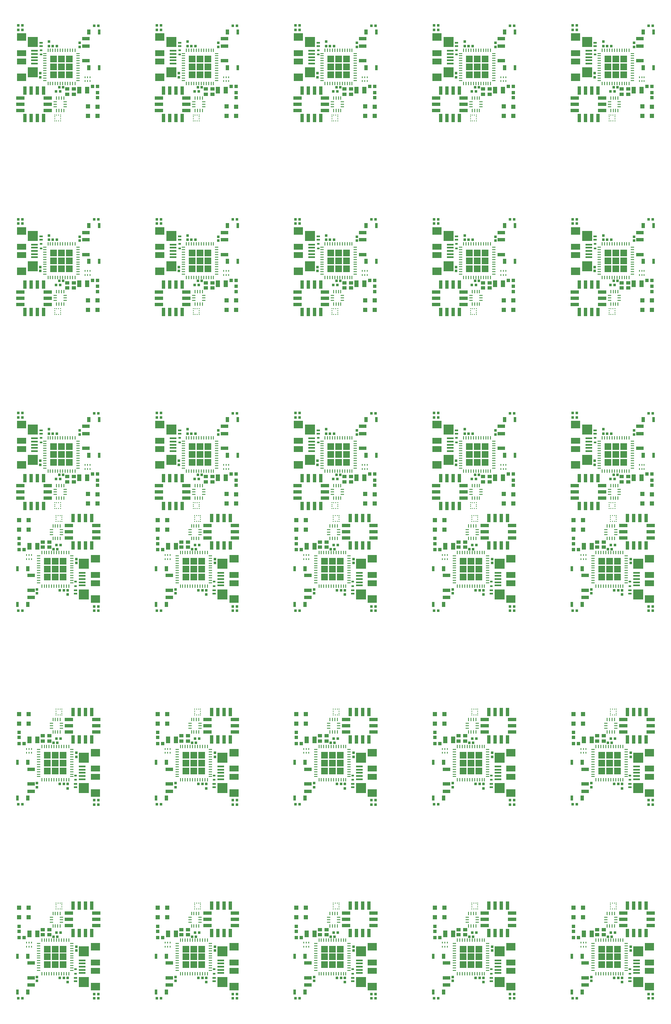
<source format=gtp>
G04*
G04 #@! TF.GenerationSoftware,Altium Limited,Altium Designer,23.6.0 (18)*
G04*
G04 Layer_Color=8421504*
%FSLAX44Y44*%
%MOMM*%
G71*
G04*
G04 #@! TF.SameCoordinates,542A25E6-394C-4203-B619-F464005C6F94*
G04*
G04*
G04 #@! TF.FilePolarity,Positive*
G04*
G01*
G75*
%ADD14R,1.5000X0.7000*%
%ADD15R,0.8000X1.0000*%
%ADD16R,0.6000X1.0000*%
%ADD17R,0.9500X1.3500*%
%ADD18R,0.5200X0.5200*%
%ADD19R,0.5200X0.5200*%
%ADD20R,0.7200X0.4500*%
%ADD21R,0.5500X0.4500*%
%ADD22R,1.3500X0.4000*%
%ADD23R,1.9000X1.2000*%
%ADD24R,1.9000X1.6000*%
%ADD25R,2.0000X2.1000*%
%ADD26C,0.2200*%
G04:AMPARAMS|DCode=27|XSize=0.24mm|YSize=0.6mm|CornerRadius=0.0504mm|HoleSize=0mm|Usage=FLASHONLY|Rotation=90.000|XOffset=0mm|YOffset=0mm|HoleType=Round|Shape=RoundedRectangle|*
%AMROUNDEDRECTD27*
21,1,0.2400,0.4992,0,0,90.0*
21,1,0.1392,0.6000,0,0,90.0*
1,1,0.1008,0.2496,0.0696*
1,1,0.1008,0.2496,-0.0696*
1,1,0.1008,-0.2496,-0.0696*
1,1,0.1008,-0.2496,0.0696*
%
%ADD27ROUNDEDRECTD27*%
%ADD28R,0.2500X0.4500*%
G04:AMPARAMS|DCode=30|XSize=0.24mm|YSize=0.6mm|CornerRadius=0.0504mm|HoleSize=0mm|Usage=FLASHONLY|Rotation=360.000|XOffset=0mm|YOffset=0mm|HoleType=Round|Shape=RoundedRectangle|*
%AMROUNDEDRECTD30*
21,1,0.2400,0.4992,0,0,360.0*
21,1,0.1392,0.6000,0,0,360.0*
1,1,0.1008,0.0696,-0.2496*
1,1,0.1008,-0.0696,-0.2496*
1,1,0.1008,-0.0696,0.2496*
1,1,0.1008,0.0696,0.2496*
%
%ADD30ROUNDEDRECTD30*%
%ADD31R,0.8700X0.8700*%
%ADD32R,0.6000X0.5000*%
%ADD33R,0.7400X0.7300*%
%ADD34R,0.8500X0.7500*%
%ADD35R,0.7200X0.7200*%
%ADD36R,0.2500X0.6750*%
%ADD37R,0.6750X0.2500*%
%ADD38R,0.6800X1.8000*%
%ADD39R,1.8000X0.6800*%
%ADD40R,0.6200X0.6200*%
%ADD41R,0.5000X0.6000*%
%ADD101R,1.4070X1.4070*%
D14*
X1264602Y318100D02*
D03*
Y288100D02*
D03*
Y273100D02*
D03*
Y713100D02*
D03*
Y683100D02*
D03*
Y668100D02*
D03*
Y1108100D02*
D03*
Y1078100D02*
D03*
Y1063100D02*
D03*
X981852Y318100D02*
D03*
Y288100D02*
D03*
Y273100D02*
D03*
Y713100D02*
D03*
Y683100D02*
D03*
Y668100D02*
D03*
Y1108100D02*
D03*
Y1078100D02*
D03*
Y1063100D02*
D03*
X699102Y318100D02*
D03*
Y288100D02*
D03*
Y273100D02*
D03*
Y713100D02*
D03*
Y683100D02*
D03*
Y668100D02*
D03*
Y1108100D02*
D03*
Y1078100D02*
D03*
Y1063100D02*
D03*
X416352Y318100D02*
D03*
Y288100D02*
D03*
Y273100D02*
D03*
Y713100D02*
D03*
Y683100D02*
D03*
Y668100D02*
D03*
Y1108100D02*
D03*
Y1078100D02*
D03*
Y1063100D02*
D03*
X133602Y318100D02*
D03*
Y288100D02*
D03*
Y273100D02*
D03*
Y713100D02*
D03*
Y683100D02*
D03*
Y668100D02*
D03*
Y1108100D02*
D03*
Y1078100D02*
D03*
Y1063100D02*
D03*
X245398Y2156900D02*
D03*
Y2186900D02*
D03*
Y2201900D02*
D03*
Y1761900D02*
D03*
Y1791900D02*
D03*
Y1806900D02*
D03*
Y1366900D02*
D03*
Y1396900D02*
D03*
Y1411900D02*
D03*
X528148Y2156900D02*
D03*
Y2186900D02*
D03*
Y2201900D02*
D03*
Y1761900D02*
D03*
Y1791900D02*
D03*
Y1806900D02*
D03*
Y1366900D02*
D03*
Y1396900D02*
D03*
Y1411900D02*
D03*
X810898Y2156900D02*
D03*
Y2186900D02*
D03*
Y2201900D02*
D03*
Y1761900D02*
D03*
Y1791900D02*
D03*
Y1806900D02*
D03*
Y1366900D02*
D03*
Y1396900D02*
D03*
Y1411900D02*
D03*
X1093648Y2156900D02*
D03*
Y2186900D02*
D03*
Y2201900D02*
D03*
Y1761900D02*
D03*
Y1791900D02*
D03*
Y1806900D02*
D03*
Y1366900D02*
D03*
Y1396900D02*
D03*
Y1411900D02*
D03*
X1376398Y2156900D02*
D03*
Y2186900D02*
D03*
Y2201900D02*
D03*
Y1761900D02*
D03*
Y1791900D02*
D03*
Y1806900D02*
D03*
Y1366900D02*
D03*
Y1396900D02*
D03*
Y1411900D02*
D03*
D15*
X1258102Y259100D02*
D03*
Y332100D02*
D03*
Y654100D02*
D03*
Y727100D02*
D03*
Y1049100D02*
D03*
Y1122100D02*
D03*
X975352Y259100D02*
D03*
Y332100D02*
D03*
Y654100D02*
D03*
Y727100D02*
D03*
Y1049100D02*
D03*
Y1122100D02*
D03*
X692602Y259100D02*
D03*
Y332100D02*
D03*
Y654100D02*
D03*
Y727100D02*
D03*
Y1049100D02*
D03*
Y1122100D02*
D03*
X409852Y259100D02*
D03*
Y332100D02*
D03*
Y654100D02*
D03*
Y727100D02*
D03*
Y1049100D02*
D03*
Y1122100D02*
D03*
X127102Y259100D02*
D03*
Y332100D02*
D03*
Y654100D02*
D03*
Y727100D02*
D03*
Y1049100D02*
D03*
Y1122100D02*
D03*
X251898Y2215900D02*
D03*
Y2142900D02*
D03*
Y1820900D02*
D03*
Y1747900D02*
D03*
Y1425900D02*
D03*
Y1352900D02*
D03*
X534648Y2215900D02*
D03*
Y2142900D02*
D03*
Y1820900D02*
D03*
Y1747900D02*
D03*
Y1425900D02*
D03*
Y1352900D02*
D03*
X817398Y2215900D02*
D03*
Y2142900D02*
D03*
Y1820900D02*
D03*
Y1747900D02*
D03*
Y1425900D02*
D03*
Y1352900D02*
D03*
X1100148Y2215900D02*
D03*
Y2142900D02*
D03*
Y1820900D02*
D03*
Y1747900D02*
D03*
Y1425900D02*
D03*
Y1352900D02*
D03*
X1382898Y2215900D02*
D03*
Y2142900D02*
D03*
Y1820900D02*
D03*
Y1747900D02*
D03*
Y1425900D02*
D03*
Y1352900D02*
D03*
D16*
X1237102Y259100D02*
D03*
Y332100D02*
D03*
Y654100D02*
D03*
Y727100D02*
D03*
Y1049100D02*
D03*
Y1122100D02*
D03*
X954352Y259100D02*
D03*
Y332100D02*
D03*
Y654100D02*
D03*
Y727100D02*
D03*
Y1049100D02*
D03*
Y1122100D02*
D03*
X671602Y259100D02*
D03*
Y332100D02*
D03*
Y654100D02*
D03*
Y727100D02*
D03*
Y1049100D02*
D03*
Y1122100D02*
D03*
X388852Y259100D02*
D03*
Y332100D02*
D03*
Y654100D02*
D03*
Y727100D02*
D03*
Y1049100D02*
D03*
Y1122100D02*
D03*
X106102Y259100D02*
D03*
Y332100D02*
D03*
Y654100D02*
D03*
Y727100D02*
D03*
Y1049100D02*
D03*
Y1122100D02*
D03*
X272898Y2215900D02*
D03*
Y2142900D02*
D03*
Y1820900D02*
D03*
Y1747900D02*
D03*
Y1425900D02*
D03*
Y1352900D02*
D03*
X555648Y2215900D02*
D03*
Y2142900D02*
D03*
Y1820900D02*
D03*
Y1747900D02*
D03*
Y1425900D02*
D03*
Y1352900D02*
D03*
X838398Y2215900D02*
D03*
Y2142900D02*
D03*
Y1820900D02*
D03*
Y1747900D02*
D03*
Y1425900D02*
D03*
Y1352900D02*
D03*
X1121148Y2215900D02*
D03*
Y2142900D02*
D03*
Y1820900D02*
D03*
Y1747900D02*
D03*
Y1425900D02*
D03*
Y1352900D02*
D03*
X1403898Y2215900D02*
D03*
Y2142900D02*
D03*
Y1820900D02*
D03*
Y1747900D02*
D03*
Y1425900D02*
D03*
Y1352900D02*
D03*
D17*
X1261750Y377500D02*
D03*
X1277750D02*
D03*
X1261750Y772500D02*
D03*
X1277750D02*
D03*
X1261750Y1167500D02*
D03*
X1277750D02*
D03*
X979000Y377500D02*
D03*
X995000D02*
D03*
X979000Y772500D02*
D03*
X995000D02*
D03*
X979000Y1167500D02*
D03*
X995000D02*
D03*
X696250Y377500D02*
D03*
X712250D02*
D03*
X696250Y772500D02*
D03*
X712250D02*
D03*
X696250Y1167500D02*
D03*
X712250D02*
D03*
X413500Y377500D02*
D03*
X429500D02*
D03*
X413500Y772500D02*
D03*
X429500D02*
D03*
X413500Y1167500D02*
D03*
X429500D02*
D03*
X130750Y377500D02*
D03*
X146750D02*
D03*
X130750Y772500D02*
D03*
X146750D02*
D03*
X130750Y1167500D02*
D03*
X146750D02*
D03*
X248250Y2097500D02*
D03*
X232250D02*
D03*
X248250Y1702500D02*
D03*
X232250D02*
D03*
X248250Y1307500D02*
D03*
X232250D02*
D03*
X531000Y2097500D02*
D03*
X515000D02*
D03*
X531000Y1702500D02*
D03*
X515000D02*
D03*
X531000Y1307500D02*
D03*
X515000D02*
D03*
X813750Y2097500D02*
D03*
X797750D02*
D03*
X813750Y1702500D02*
D03*
X797750D02*
D03*
X813750Y1307500D02*
D03*
X797750D02*
D03*
X1096500Y2097500D02*
D03*
X1080500D02*
D03*
X1096500Y1702500D02*
D03*
X1080500D02*
D03*
X1096500Y1307500D02*
D03*
X1080500D02*
D03*
X1379250Y2097500D02*
D03*
X1363250D02*
D03*
X1379250Y1702500D02*
D03*
X1363250D02*
D03*
X1379250Y1307500D02*
D03*
X1363250D02*
D03*
D18*
X1318650Y371850D02*
D03*
X1310650D02*
D03*
X1325000Y380400D02*
D03*
X1317000D02*
D03*
X1323678Y287800D02*
D03*
X1331678D02*
D03*
X1318650Y766850D02*
D03*
X1310650D02*
D03*
X1325000Y775400D02*
D03*
X1317000D02*
D03*
X1323678Y682800D02*
D03*
X1331678D02*
D03*
X1318650Y1161850D02*
D03*
X1310650D02*
D03*
X1325000Y1170400D02*
D03*
X1317000D02*
D03*
X1323678Y1077800D02*
D03*
X1331678D02*
D03*
X1035900Y371850D02*
D03*
X1027900D02*
D03*
X1042250Y380400D02*
D03*
X1034250D02*
D03*
X1040928Y287800D02*
D03*
X1048928D02*
D03*
X1035900Y766850D02*
D03*
X1027900D02*
D03*
X1042250Y775400D02*
D03*
X1034250D02*
D03*
X1040928Y682800D02*
D03*
X1048928D02*
D03*
X1035900Y1161850D02*
D03*
X1027900D02*
D03*
X1042250Y1170400D02*
D03*
X1034250D02*
D03*
X1040928Y1077800D02*
D03*
X1048928D02*
D03*
X753150Y371850D02*
D03*
X745150D02*
D03*
X759500Y380400D02*
D03*
X751500D02*
D03*
X758178Y287800D02*
D03*
X766178D02*
D03*
X753150Y766850D02*
D03*
X745150D02*
D03*
X759500Y775400D02*
D03*
X751500D02*
D03*
X758178Y682800D02*
D03*
X766178D02*
D03*
X753150Y1161850D02*
D03*
X745150D02*
D03*
X759500Y1170400D02*
D03*
X751500D02*
D03*
X758178Y1077800D02*
D03*
X766178D02*
D03*
X470400Y371850D02*
D03*
X462400D02*
D03*
X476750Y380400D02*
D03*
X468750D02*
D03*
X475428Y287800D02*
D03*
X483428D02*
D03*
X470400Y766850D02*
D03*
X462400D02*
D03*
X476750Y775400D02*
D03*
X468750D02*
D03*
X475428Y682800D02*
D03*
X483428D02*
D03*
X470400Y1161850D02*
D03*
X462400D02*
D03*
X476750Y1170400D02*
D03*
X468750D02*
D03*
X475428Y1077800D02*
D03*
X483428D02*
D03*
X187650Y371850D02*
D03*
X179650D02*
D03*
X194000Y380400D02*
D03*
X186000D02*
D03*
X192677Y287800D02*
D03*
X200678D02*
D03*
X187650Y766850D02*
D03*
X179650D02*
D03*
X194000Y775400D02*
D03*
X186000D02*
D03*
X192677Y682800D02*
D03*
X200678D02*
D03*
X187650Y1161850D02*
D03*
X179650D02*
D03*
X194000Y1170400D02*
D03*
X186000D02*
D03*
X192677Y1077800D02*
D03*
X200678D02*
D03*
X191350Y2103150D02*
D03*
X199350D02*
D03*
X185000Y2094600D02*
D03*
X193000D02*
D03*
X186322Y2187200D02*
D03*
X178322D02*
D03*
X191350Y1708150D02*
D03*
X199350D02*
D03*
X185000Y1699600D02*
D03*
X193000D02*
D03*
X186322Y1792200D02*
D03*
X178322D02*
D03*
X191350Y1313150D02*
D03*
X199350D02*
D03*
X185000Y1304600D02*
D03*
X193000D02*
D03*
X186322Y1397200D02*
D03*
X178322D02*
D03*
X474100Y2103150D02*
D03*
X482100D02*
D03*
X467750Y2094600D02*
D03*
X475750D02*
D03*
X469072Y2187200D02*
D03*
X461072D02*
D03*
X474100Y1708150D02*
D03*
X482100D02*
D03*
X467750Y1699600D02*
D03*
X475750D02*
D03*
X469072Y1792200D02*
D03*
X461072D02*
D03*
X474100Y1313150D02*
D03*
X482100D02*
D03*
X467750Y1304600D02*
D03*
X475750D02*
D03*
X469072Y1397200D02*
D03*
X461072D02*
D03*
X756850Y2103150D02*
D03*
X764850D02*
D03*
X750500Y2094600D02*
D03*
X758500D02*
D03*
X751822Y2187200D02*
D03*
X743822D02*
D03*
X756850Y1708150D02*
D03*
X764850D02*
D03*
X750500Y1699600D02*
D03*
X758500D02*
D03*
X751822Y1792200D02*
D03*
X743822D02*
D03*
X756850Y1313150D02*
D03*
X764850D02*
D03*
X750500Y1304600D02*
D03*
X758500D02*
D03*
X751822Y1397200D02*
D03*
X743822D02*
D03*
X1039600Y2103150D02*
D03*
X1047600D02*
D03*
X1033250Y2094600D02*
D03*
X1041250D02*
D03*
X1034572Y2187200D02*
D03*
X1026572D02*
D03*
X1039600Y1708150D02*
D03*
X1047600D02*
D03*
X1033250Y1699600D02*
D03*
X1041250D02*
D03*
X1034572Y1792200D02*
D03*
X1026572D02*
D03*
X1039600Y1313150D02*
D03*
X1047600D02*
D03*
X1033250Y1304600D02*
D03*
X1041250D02*
D03*
X1034572Y1397200D02*
D03*
X1026572D02*
D03*
X1322350Y2103150D02*
D03*
X1330350D02*
D03*
X1316000Y2094600D02*
D03*
X1324000D02*
D03*
X1317323Y2187200D02*
D03*
X1309323D02*
D03*
X1322350Y1708150D02*
D03*
X1330350D02*
D03*
X1316000Y1699600D02*
D03*
X1324000D02*
D03*
X1317323Y1792200D02*
D03*
X1309323D02*
D03*
X1322350Y1313150D02*
D03*
X1330350D02*
D03*
X1316000Y1304600D02*
D03*
X1324000D02*
D03*
X1317323Y1397200D02*
D03*
X1309323D02*
D03*
D19*
X1357080Y343276D02*
D03*
Y351276D02*
D03*
X1276750Y281550D02*
D03*
Y289550D02*
D03*
X1357080Y738276D02*
D03*
Y746276D02*
D03*
X1276750Y676550D02*
D03*
Y684550D02*
D03*
X1357080Y1133276D02*
D03*
Y1141276D02*
D03*
X1276750Y1071550D02*
D03*
Y1079550D02*
D03*
X1074330Y343276D02*
D03*
Y351276D02*
D03*
X994000Y281550D02*
D03*
Y289550D02*
D03*
X1074330Y738276D02*
D03*
Y746276D02*
D03*
X994000Y676550D02*
D03*
Y684550D02*
D03*
X1074330Y1133276D02*
D03*
Y1141276D02*
D03*
X994000Y1071550D02*
D03*
Y1079550D02*
D03*
X791580Y343276D02*
D03*
Y351276D02*
D03*
X711250Y281550D02*
D03*
Y289550D02*
D03*
X791580Y738276D02*
D03*
Y746276D02*
D03*
X711250Y676550D02*
D03*
Y684550D02*
D03*
X791580Y1133276D02*
D03*
Y1141276D02*
D03*
X711250Y1071550D02*
D03*
Y1079550D02*
D03*
X508830Y343276D02*
D03*
Y351276D02*
D03*
X428500Y281550D02*
D03*
Y289550D02*
D03*
X508830Y738276D02*
D03*
Y746276D02*
D03*
X428500Y676550D02*
D03*
Y684550D02*
D03*
X508830Y1133276D02*
D03*
Y1141276D02*
D03*
X428500Y1071550D02*
D03*
Y1079550D02*
D03*
X226080Y343276D02*
D03*
Y351276D02*
D03*
X145750Y281550D02*
D03*
Y289550D02*
D03*
X226080Y738276D02*
D03*
Y746276D02*
D03*
X145750Y676550D02*
D03*
Y684550D02*
D03*
X226080Y1133276D02*
D03*
Y1141276D02*
D03*
X145750Y1071550D02*
D03*
Y1079550D02*
D03*
X152920Y2131724D02*
D03*
Y2123724D02*
D03*
X233250Y2193450D02*
D03*
Y2185450D02*
D03*
X152920Y1736724D02*
D03*
Y1728724D02*
D03*
X233250Y1798450D02*
D03*
Y1790450D02*
D03*
X152920Y1341724D02*
D03*
Y1333724D02*
D03*
X233250Y1403450D02*
D03*
Y1395450D02*
D03*
X435670Y2131724D02*
D03*
Y2123724D02*
D03*
X516000Y2193450D02*
D03*
Y2185450D02*
D03*
X435670Y1736724D02*
D03*
Y1728724D02*
D03*
X516000Y1798450D02*
D03*
Y1790450D02*
D03*
X435670Y1341724D02*
D03*
Y1333724D02*
D03*
X516000Y1403450D02*
D03*
Y1395450D02*
D03*
X718420Y2131724D02*
D03*
Y2123724D02*
D03*
X798750Y2193450D02*
D03*
Y2185450D02*
D03*
X718420Y1736724D02*
D03*
Y1728724D02*
D03*
X798750Y1798450D02*
D03*
Y1790450D02*
D03*
X718420Y1341724D02*
D03*
Y1333724D02*
D03*
X798750Y1403450D02*
D03*
Y1395450D02*
D03*
X1001170Y2131724D02*
D03*
Y2123724D02*
D03*
X1081500Y2193450D02*
D03*
Y2185450D02*
D03*
X1001170Y1736724D02*
D03*
Y1728724D02*
D03*
X1081500Y1798450D02*
D03*
Y1790450D02*
D03*
X1001170Y1341724D02*
D03*
Y1333724D02*
D03*
X1081500Y1403450D02*
D03*
Y1395450D02*
D03*
X1283920Y2131724D02*
D03*
Y2123724D02*
D03*
X1364250Y2193450D02*
D03*
Y2185450D02*
D03*
X1283920Y1736724D02*
D03*
Y1728724D02*
D03*
X1364250Y1798450D02*
D03*
Y1790450D02*
D03*
X1283920Y1341724D02*
D03*
Y1333724D02*
D03*
X1364250Y1403450D02*
D03*
Y1395450D02*
D03*
D20*
X1356000Y281300D02*
D03*
Y288100D02*
D03*
Y676300D02*
D03*
Y683100D02*
D03*
Y1071300D02*
D03*
Y1078100D02*
D03*
X1073250Y281300D02*
D03*
Y288100D02*
D03*
Y676300D02*
D03*
Y683100D02*
D03*
Y1071300D02*
D03*
Y1078100D02*
D03*
X790500Y281300D02*
D03*
Y288100D02*
D03*
Y676300D02*
D03*
Y683100D02*
D03*
Y1071300D02*
D03*
Y1078100D02*
D03*
X507750Y281300D02*
D03*
Y288100D02*
D03*
Y676300D02*
D03*
Y683100D02*
D03*
Y1071300D02*
D03*
Y1078100D02*
D03*
X225000Y281300D02*
D03*
Y288100D02*
D03*
Y676300D02*
D03*
Y683100D02*
D03*
Y1071300D02*
D03*
Y1078100D02*
D03*
X154000Y2193700D02*
D03*
Y2186900D02*
D03*
Y1798700D02*
D03*
Y1791900D02*
D03*
Y1403700D02*
D03*
Y1396900D02*
D03*
X436750Y2193700D02*
D03*
Y2186900D02*
D03*
Y1798700D02*
D03*
Y1791900D02*
D03*
Y1403700D02*
D03*
Y1396900D02*
D03*
X719500Y2193700D02*
D03*
Y2186900D02*
D03*
Y1798700D02*
D03*
Y1791900D02*
D03*
Y1403700D02*
D03*
Y1396900D02*
D03*
X1002250Y2193700D02*
D03*
Y2186900D02*
D03*
Y1798700D02*
D03*
Y1791900D02*
D03*
Y1403700D02*
D03*
Y1396900D02*
D03*
X1285000Y2193700D02*
D03*
Y2186900D02*
D03*
Y1798700D02*
D03*
Y1791900D02*
D03*
Y1403700D02*
D03*
Y1396900D02*
D03*
D21*
X1356000Y296500D02*
D03*
Y305500D02*
D03*
Y691500D02*
D03*
Y700500D02*
D03*
Y1086500D02*
D03*
Y1095500D02*
D03*
X1073250Y296500D02*
D03*
Y305500D02*
D03*
Y691500D02*
D03*
Y700500D02*
D03*
Y1086500D02*
D03*
Y1095500D02*
D03*
X790500Y296500D02*
D03*
Y305500D02*
D03*
Y691500D02*
D03*
Y700500D02*
D03*
Y1086500D02*
D03*
Y1095500D02*
D03*
X507750Y296500D02*
D03*
Y305500D02*
D03*
Y691500D02*
D03*
Y700500D02*
D03*
Y1086500D02*
D03*
Y1095500D02*
D03*
X225000Y296500D02*
D03*
Y305500D02*
D03*
Y691500D02*
D03*
Y700500D02*
D03*
Y1086500D02*
D03*
Y1095500D02*
D03*
X154000Y2178500D02*
D03*
Y2169500D02*
D03*
Y1783500D02*
D03*
Y1774500D02*
D03*
Y1388500D02*
D03*
Y1379500D02*
D03*
X436750Y2178500D02*
D03*
Y2169500D02*
D03*
Y1783500D02*
D03*
Y1774500D02*
D03*
Y1388500D02*
D03*
Y1379500D02*
D03*
X719500Y2178500D02*
D03*
Y2169500D02*
D03*
Y1783500D02*
D03*
Y1774500D02*
D03*
Y1388500D02*
D03*
Y1379500D02*
D03*
X1002250Y2178500D02*
D03*
Y2169500D02*
D03*
Y1783500D02*
D03*
Y1774500D02*
D03*
Y1388500D02*
D03*
Y1379500D02*
D03*
X1285000Y2178500D02*
D03*
Y2169500D02*
D03*
Y1783500D02*
D03*
Y1774500D02*
D03*
Y1388500D02*
D03*
Y1379500D02*
D03*
D22*
X1369125Y310662D02*
D03*
Y317162D02*
D03*
Y297662D02*
D03*
Y304162D02*
D03*
Y323662D02*
D03*
Y705662D02*
D03*
Y712162D02*
D03*
Y692662D02*
D03*
Y699162D02*
D03*
Y718662D02*
D03*
Y1100662D02*
D03*
Y1107162D02*
D03*
Y1087662D02*
D03*
Y1094162D02*
D03*
Y1113662D02*
D03*
X1086375Y310662D02*
D03*
Y317162D02*
D03*
Y297662D02*
D03*
Y304162D02*
D03*
Y323662D02*
D03*
Y705662D02*
D03*
Y712162D02*
D03*
Y692662D02*
D03*
Y699162D02*
D03*
Y718662D02*
D03*
Y1100662D02*
D03*
Y1107162D02*
D03*
Y1087662D02*
D03*
Y1094162D02*
D03*
Y1113662D02*
D03*
X803625Y310662D02*
D03*
Y317162D02*
D03*
Y297662D02*
D03*
Y304162D02*
D03*
Y323662D02*
D03*
Y705662D02*
D03*
Y712162D02*
D03*
Y692662D02*
D03*
Y699162D02*
D03*
Y718662D02*
D03*
Y1100662D02*
D03*
Y1107162D02*
D03*
Y1087662D02*
D03*
Y1094162D02*
D03*
Y1113662D02*
D03*
X520875Y310662D02*
D03*
Y317162D02*
D03*
Y297662D02*
D03*
Y304162D02*
D03*
Y323662D02*
D03*
Y705662D02*
D03*
Y712162D02*
D03*
Y692662D02*
D03*
Y699162D02*
D03*
Y718662D02*
D03*
Y1100662D02*
D03*
Y1107162D02*
D03*
Y1087662D02*
D03*
Y1094162D02*
D03*
Y1113662D02*
D03*
X238125Y310662D02*
D03*
Y317162D02*
D03*
Y297662D02*
D03*
Y304162D02*
D03*
Y323662D02*
D03*
Y705662D02*
D03*
Y712162D02*
D03*
Y692662D02*
D03*
Y699162D02*
D03*
Y718662D02*
D03*
Y1100662D02*
D03*
Y1107162D02*
D03*
Y1087662D02*
D03*
Y1094162D02*
D03*
Y1113662D02*
D03*
X140875Y2164338D02*
D03*
Y2157838D02*
D03*
Y2177338D02*
D03*
Y2170838D02*
D03*
Y2151338D02*
D03*
Y1769338D02*
D03*
Y1762838D02*
D03*
Y1782338D02*
D03*
Y1775838D02*
D03*
Y1756338D02*
D03*
Y1374338D02*
D03*
Y1367838D02*
D03*
Y1387338D02*
D03*
Y1380838D02*
D03*
Y1361338D02*
D03*
X423625Y2164338D02*
D03*
Y2157838D02*
D03*
Y2177338D02*
D03*
Y2170838D02*
D03*
Y2151338D02*
D03*
Y1769338D02*
D03*
Y1762838D02*
D03*
Y1782338D02*
D03*
Y1775838D02*
D03*
Y1756338D02*
D03*
Y1374338D02*
D03*
Y1367838D02*
D03*
Y1387338D02*
D03*
Y1380838D02*
D03*
Y1361338D02*
D03*
X706375Y2164338D02*
D03*
Y2157838D02*
D03*
Y2177338D02*
D03*
Y2170838D02*
D03*
Y2151338D02*
D03*
Y1769338D02*
D03*
Y1762838D02*
D03*
Y1782338D02*
D03*
Y1775838D02*
D03*
Y1756338D02*
D03*
Y1374338D02*
D03*
Y1367838D02*
D03*
Y1387338D02*
D03*
Y1380838D02*
D03*
Y1361338D02*
D03*
X989125Y2164338D02*
D03*
Y2157838D02*
D03*
Y2177338D02*
D03*
Y2170838D02*
D03*
Y2151338D02*
D03*
Y1769338D02*
D03*
Y1762838D02*
D03*
Y1782338D02*
D03*
Y1775838D02*
D03*
Y1756338D02*
D03*
Y1374338D02*
D03*
Y1367838D02*
D03*
Y1387338D02*
D03*
Y1380838D02*
D03*
Y1361338D02*
D03*
X1271875Y2164338D02*
D03*
Y2157838D02*
D03*
Y2177338D02*
D03*
Y2170838D02*
D03*
Y2151338D02*
D03*
Y1769338D02*
D03*
Y1762838D02*
D03*
Y1782338D02*
D03*
Y1775838D02*
D03*
Y1756338D02*
D03*
Y1374338D02*
D03*
Y1367838D02*
D03*
Y1387338D02*
D03*
Y1380838D02*
D03*
Y1361338D02*
D03*
D23*
X1395875Y302162D02*
D03*
Y319162D02*
D03*
Y697162D02*
D03*
Y714162D02*
D03*
Y1092162D02*
D03*
Y1109162D02*
D03*
X1113125Y302162D02*
D03*
Y319162D02*
D03*
Y697162D02*
D03*
Y714162D02*
D03*
Y1092162D02*
D03*
Y1109162D02*
D03*
X830375Y302162D02*
D03*
Y319162D02*
D03*
Y697162D02*
D03*
Y714162D02*
D03*
Y1092162D02*
D03*
Y1109162D02*
D03*
X547625Y302162D02*
D03*
Y319162D02*
D03*
Y697162D02*
D03*
Y714162D02*
D03*
Y1092162D02*
D03*
Y1109162D02*
D03*
X264875Y302162D02*
D03*
Y319162D02*
D03*
Y697162D02*
D03*
Y714162D02*
D03*
Y1092162D02*
D03*
Y1109162D02*
D03*
X114125Y2172838D02*
D03*
Y2155838D02*
D03*
Y1777838D02*
D03*
Y1760838D02*
D03*
Y1382838D02*
D03*
Y1365838D02*
D03*
X396875Y2172838D02*
D03*
Y2155838D02*
D03*
Y1777838D02*
D03*
Y1760838D02*
D03*
Y1382838D02*
D03*
Y1365838D02*
D03*
X679625Y2172838D02*
D03*
Y2155838D02*
D03*
Y1777838D02*
D03*
Y1760838D02*
D03*
Y1382838D02*
D03*
Y1365838D02*
D03*
X962375Y2172838D02*
D03*
Y2155838D02*
D03*
Y1777838D02*
D03*
Y1760838D02*
D03*
Y1382838D02*
D03*
Y1365838D02*
D03*
X1245125Y2172838D02*
D03*
Y2155838D02*
D03*
Y1777838D02*
D03*
Y1760838D02*
D03*
Y1382838D02*
D03*
Y1365838D02*
D03*
D24*
X1395875Y269662D02*
D03*
Y351662D02*
D03*
Y664662D02*
D03*
Y746662D02*
D03*
Y1059662D02*
D03*
Y1141662D02*
D03*
X1113125Y269662D02*
D03*
Y351662D02*
D03*
Y664662D02*
D03*
Y746662D02*
D03*
Y1059662D02*
D03*
Y1141662D02*
D03*
X830375Y269662D02*
D03*
Y351662D02*
D03*
Y664662D02*
D03*
Y746662D02*
D03*
Y1059662D02*
D03*
Y1141662D02*
D03*
X547625Y269662D02*
D03*
Y351662D02*
D03*
Y664662D02*
D03*
Y746662D02*
D03*
Y1059662D02*
D03*
Y1141662D02*
D03*
X264875Y269662D02*
D03*
Y351662D02*
D03*
Y664662D02*
D03*
Y746662D02*
D03*
Y1059662D02*
D03*
Y1141662D02*
D03*
X114125Y2205338D02*
D03*
Y2123338D02*
D03*
Y1810338D02*
D03*
Y1728338D02*
D03*
Y1415338D02*
D03*
Y1333338D02*
D03*
X396875Y2205338D02*
D03*
Y2123338D02*
D03*
Y1810338D02*
D03*
Y1728338D02*
D03*
Y1415338D02*
D03*
Y1333338D02*
D03*
X679625Y2205338D02*
D03*
Y2123338D02*
D03*
Y1810338D02*
D03*
Y1728338D02*
D03*
Y1415338D02*
D03*
Y1333338D02*
D03*
X962375Y2205338D02*
D03*
Y2123338D02*
D03*
Y1810338D02*
D03*
Y1728338D02*
D03*
Y1415338D02*
D03*
Y1333338D02*
D03*
X1245125Y2205338D02*
D03*
Y2123338D02*
D03*
Y1810338D02*
D03*
Y1728338D02*
D03*
Y1415338D02*
D03*
Y1333338D02*
D03*
D25*
X1372375Y279662D02*
D03*
Y341662D02*
D03*
Y674662D02*
D03*
Y736662D02*
D03*
Y1069662D02*
D03*
Y1131662D02*
D03*
X1089625Y279662D02*
D03*
Y341662D02*
D03*
Y674662D02*
D03*
Y736662D02*
D03*
Y1069662D02*
D03*
Y1131662D02*
D03*
X806875Y279662D02*
D03*
Y341662D02*
D03*
Y674662D02*
D03*
Y736662D02*
D03*
Y1069662D02*
D03*
Y1131662D02*
D03*
X524125Y279662D02*
D03*
Y341662D02*
D03*
Y674662D02*
D03*
Y736662D02*
D03*
Y1069662D02*
D03*
Y1131662D02*
D03*
X241375Y279662D02*
D03*
Y341662D02*
D03*
Y674662D02*
D03*
Y736662D02*
D03*
Y1069662D02*
D03*
Y1131662D02*
D03*
X137625Y2195338D02*
D03*
Y2133338D02*
D03*
Y1800338D02*
D03*
Y1738338D02*
D03*
Y1405338D02*
D03*
Y1343338D02*
D03*
X420375Y2195338D02*
D03*
Y2133338D02*
D03*
Y1800338D02*
D03*
Y1738338D02*
D03*
Y1405338D02*
D03*
Y1343338D02*
D03*
X703125Y2195338D02*
D03*
Y2133338D02*
D03*
Y1800338D02*
D03*
Y1738338D02*
D03*
Y1405338D02*
D03*
Y1343338D02*
D03*
X985875Y2195338D02*
D03*
Y2133338D02*
D03*
Y1800338D02*
D03*
Y1738338D02*
D03*
Y1405338D02*
D03*
Y1343338D02*
D03*
X1268625Y2195338D02*
D03*
Y2133338D02*
D03*
Y1800338D02*
D03*
Y1738338D02*
D03*
Y1405338D02*
D03*
Y1343338D02*
D03*
D26*
X1316000Y428500D02*
D03*
Y432500D02*
D03*
Y436500D02*
D03*
Y440500D02*
D03*
X1320000Y428500D02*
D03*
Y440500D02*
D03*
X1324000Y428500D02*
D03*
Y440500D02*
D03*
X1328000Y428500D02*
D03*
Y432500D02*
D03*
Y436500D02*
D03*
Y440500D02*
D03*
X1316000Y823500D02*
D03*
Y827500D02*
D03*
Y831500D02*
D03*
Y835500D02*
D03*
X1320000Y823500D02*
D03*
Y835500D02*
D03*
X1324000Y823500D02*
D03*
Y835500D02*
D03*
X1328000Y823500D02*
D03*
Y827500D02*
D03*
Y831500D02*
D03*
Y835500D02*
D03*
X1316000Y1218500D02*
D03*
Y1222500D02*
D03*
Y1226500D02*
D03*
Y1230500D02*
D03*
X1320000Y1218500D02*
D03*
Y1230500D02*
D03*
X1324000Y1218500D02*
D03*
Y1230500D02*
D03*
X1328000Y1218500D02*
D03*
Y1222500D02*
D03*
Y1226500D02*
D03*
Y1230500D02*
D03*
X1033250Y428500D02*
D03*
Y432500D02*
D03*
Y436500D02*
D03*
Y440500D02*
D03*
X1037250Y428500D02*
D03*
Y440500D02*
D03*
X1041250Y428500D02*
D03*
Y440500D02*
D03*
X1045250Y428500D02*
D03*
Y432500D02*
D03*
Y436500D02*
D03*
Y440500D02*
D03*
X1033250Y823500D02*
D03*
Y827500D02*
D03*
Y831500D02*
D03*
Y835500D02*
D03*
X1037250Y823500D02*
D03*
Y835500D02*
D03*
X1041250Y823500D02*
D03*
Y835500D02*
D03*
X1045250Y823500D02*
D03*
Y827500D02*
D03*
Y831500D02*
D03*
Y835500D02*
D03*
X1033250Y1218500D02*
D03*
Y1222500D02*
D03*
Y1226500D02*
D03*
Y1230500D02*
D03*
X1037250Y1218500D02*
D03*
Y1230500D02*
D03*
X1041250Y1218500D02*
D03*
Y1230500D02*
D03*
X1045250Y1218500D02*
D03*
Y1222500D02*
D03*
Y1226500D02*
D03*
Y1230500D02*
D03*
X750500Y428500D02*
D03*
Y432500D02*
D03*
Y436500D02*
D03*
Y440500D02*
D03*
X754500Y428500D02*
D03*
Y440500D02*
D03*
X758500Y428500D02*
D03*
Y440500D02*
D03*
X762500Y428500D02*
D03*
Y432500D02*
D03*
Y436500D02*
D03*
Y440500D02*
D03*
X750500Y823500D02*
D03*
Y827500D02*
D03*
Y831500D02*
D03*
Y835500D02*
D03*
X754500Y823500D02*
D03*
Y835500D02*
D03*
X758500Y823500D02*
D03*
Y835500D02*
D03*
X762500Y823500D02*
D03*
Y827500D02*
D03*
Y831500D02*
D03*
Y835500D02*
D03*
X750500Y1218500D02*
D03*
Y1222500D02*
D03*
Y1226500D02*
D03*
Y1230500D02*
D03*
X754500Y1218500D02*
D03*
Y1230500D02*
D03*
X758500Y1218500D02*
D03*
Y1230500D02*
D03*
X762500Y1218500D02*
D03*
Y1222500D02*
D03*
Y1226500D02*
D03*
Y1230500D02*
D03*
X467750Y428500D02*
D03*
Y432500D02*
D03*
Y436500D02*
D03*
Y440500D02*
D03*
X471750Y428500D02*
D03*
Y440500D02*
D03*
X475750Y428500D02*
D03*
Y440500D02*
D03*
X479750Y428500D02*
D03*
Y432500D02*
D03*
Y436500D02*
D03*
Y440500D02*
D03*
X467750Y823500D02*
D03*
Y827500D02*
D03*
Y831500D02*
D03*
Y835500D02*
D03*
X471750Y823500D02*
D03*
Y835500D02*
D03*
X475750Y823500D02*
D03*
Y835500D02*
D03*
X479750Y823500D02*
D03*
Y827500D02*
D03*
Y831500D02*
D03*
Y835500D02*
D03*
X467750Y1218500D02*
D03*
Y1222500D02*
D03*
Y1226500D02*
D03*
Y1230500D02*
D03*
X471750Y1218500D02*
D03*
Y1230500D02*
D03*
X475750Y1218500D02*
D03*
Y1230500D02*
D03*
X479750Y1218500D02*
D03*
Y1222500D02*
D03*
Y1226500D02*
D03*
Y1230500D02*
D03*
X185000Y428500D02*
D03*
Y432500D02*
D03*
Y436500D02*
D03*
Y440500D02*
D03*
X189000Y428500D02*
D03*
Y440500D02*
D03*
X193000Y428500D02*
D03*
Y440500D02*
D03*
X197000Y428500D02*
D03*
Y432500D02*
D03*
Y436500D02*
D03*
Y440500D02*
D03*
X185000Y823500D02*
D03*
Y827500D02*
D03*
Y831500D02*
D03*
Y835500D02*
D03*
X189000Y823500D02*
D03*
Y835500D02*
D03*
X193000Y823500D02*
D03*
Y835500D02*
D03*
X197000Y823500D02*
D03*
Y827500D02*
D03*
Y831500D02*
D03*
Y835500D02*
D03*
X185000Y1218500D02*
D03*
Y1222500D02*
D03*
Y1226500D02*
D03*
Y1230500D02*
D03*
X189000Y1218500D02*
D03*
Y1230500D02*
D03*
X193000Y1218500D02*
D03*
Y1230500D02*
D03*
X197000Y1218500D02*
D03*
Y1222500D02*
D03*
Y1226500D02*
D03*
Y1230500D02*
D03*
X194000Y2046500D02*
D03*
Y2042500D02*
D03*
Y2038500D02*
D03*
Y2034500D02*
D03*
X190000Y2046500D02*
D03*
Y2034500D02*
D03*
X186000Y2046500D02*
D03*
Y2034500D02*
D03*
X182000Y2046500D02*
D03*
Y2042500D02*
D03*
Y2038500D02*
D03*
Y2034500D02*
D03*
X194000Y1651500D02*
D03*
Y1647500D02*
D03*
Y1643500D02*
D03*
Y1639500D02*
D03*
X190000Y1651500D02*
D03*
Y1639500D02*
D03*
X186000Y1651500D02*
D03*
Y1639500D02*
D03*
X182000Y1651500D02*
D03*
Y1647500D02*
D03*
Y1643500D02*
D03*
Y1639500D02*
D03*
X194000Y1256500D02*
D03*
Y1252500D02*
D03*
Y1248500D02*
D03*
Y1244500D02*
D03*
X190000Y1256500D02*
D03*
Y1244500D02*
D03*
X186000Y1256500D02*
D03*
Y1244500D02*
D03*
X182000Y1256500D02*
D03*
Y1252500D02*
D03*
Y1248500D02*
D03*
Y1244500D02*
D03*
X476750Y2046500D02*
D03*
Y2042500D02*
D03*
Y2038500D02*
D03*
Y2034500D02*
D03*
X472750Y2046500D02*
D03*
Y2034500D02*
D03*
X468750Y2046500D02*
D03*
Y2034500D02*
D03*
X464750Y2046500D02*
D03*
Y2042500D02*
D03*
Y2038500D02*
D03*
Y2034500D02*
D03*
X476750Y1651500D02*
D03*
Y1647500D02*
D03*
Y1643500D02*
D03*
Y1639500D02*
D03*
X472750Y1651500D02*
D03*
Y1639500D02*
D03*
X468750Y1651500D02*
D03*
Y1639500D02*
D03*
X464750Y1651500D02*
D03*
Y1647500D02*
D03*
Y1643500D02*
D03*
Y1639500D02*
D03*
X476750Y1256500D02*
D03*
Y1252500D02*
D03*
Y1248500D02*
D03*
Y1244500D02*
D03*
X472750Y1256500D02*
D03*
Y1244500D02*
D03*
X468750Y1256500D02*
D03*
Y1244500D02*
D03*
X464750Y1256500D02*
D03*
Y1252500D02*
D03*
Y1248500D02*
D03*
Y1244500D02*
D03*
X759500Y2046500D02*
D03*
Y2042500D02*
D03*
Y2038500D02*
D03*
Y2034500D02*
D03*
X755500Y2046500D02*
D03*
Y2034500D02*
D03*
X751500Y2046500D02*
D03*
Y2034500D02*
D03*
X747500Y2046500D02*
D03*
Y2042500D02*
D03*
Y2038500D02*
D03*
Y2034500D02*
D03*
X759500Y1651500D02*
D03*
Y1647500D02*
D03*
Y1643500D02*
D03*
Y1639500D02*
D03*
X755500Y1651500D02*
D03*
Y1639500D02*
D03*
X751500Y1651500D02*
D03*
Y1639500D02*
D03*
X747500Y1651500D02*
D03*
Y1647500D02*
D03*
Y1643500D02*
D03*
Y1639500D02*
D03*
X759500Y1256500D02*
D03*
Y1252500D02*
D03*
Y1248500D02*
D03*
Y1244500D02*
D03*
X755500Y1256500D02*
D03*
Y1244500D02*
D03*
X751500Y1256500D02*
D03*
Y1244500D02*
D03*
X747500Y1256500D02*
D03*
Y1252500D02*
D03*
Y1248500D02*
D03*
Y1244500D02*
D03*
X1042250Y2046500D02*
D03*
Y2042500D02*
D03*
Y2038500D02*
D03*
Y2034500D02*
D03*
X1038250Y2046500D02*
D03*
Y2034500D02*
D03*
X1034250Y2046500D02*
D03*
Y2034500D02*
D03*
X1030250Y2046500D02*
D03*
Y2042500D02*
D03*
Y2038500D02*
D03*
Y2034500D02*
D03*
X1042250Y1651500D02*
D03*
Y1647500D02*
D03*
Y1643500D02*
D03*
Y1639500D02*
D03*
X1038250Y1651500D02*
D03*
Y1639500D02*
D03*
X1034250Y1651500D02*
D03*
Y1639500D02*
D03*
X1030250Y1651500D02*
D03*
Y1647500D02*
D03*
Y1643500D02*
D03*
Y1639500D02*
D03*
X1042250Y1256500D02*
D03*
Y1252500D02*
D03*
Y1248500D02*
D03*
Y1244500D02*
D03*
X1038250Y1256500D02*
D03*
Y1244500D02*
D03*
X1034250Y1256500D02*
D03*
Y1244500D02*
D03*
X1030250Y1256500D02*
D03*
Y1252500D02*
D03*
Y1248500D02*
D03*
Y1244500D02*
D03*
X1325000Y2046500D02*
D03*
Y2042500D02*
D03*
Y2038500D02*
D03*
Y2034500D02*
D03*
X1321000Y2046500D02*
D03*
Y2034500D02*
D03*
X1317000Y2046500D02*
D03*
Y2034500D02*
D03*
X1313000Y2046500D02*
D03*
Y2042500D02*
D03*
Y2038500D02*
D03*
Y2034500D02*
D03*
X1325000Y1651500D02*
D03*
Y1647500D02*
D03*
Y1643500D02*
D03*
Y1639500D02*
D03*
X1321000Y1651500D02*
D03*
Y1639500D02*
D03*
X1317000Y1651500D02*
D03*
Y1639500D02*
D03*
X1313000Y1651500D02*
D03*
Y1647500D02*
D03*
Y1643500D02*
D03*
Y1639500D02*
D03*
X1325000Y1256500D02*
D03*
Y1252500D02*
D03*
Y1248500D02*
D03*
Y1244500D02*
D03*
X1321000Y1256500D02*
D03*
Y1244500D02*
D03*
X1317000Y1256500D02*
D03*
Y1244500D02*
D03*
X1313000Y1256500D02*
D03*
Y1252500D02*
D03*
Y1248500D02*
D03*
Y1244500D02*
D03*
D27*
X1280178Y353045D02*
D03*
X1348178Y358045D02*
D03*
Y353045D02*
D03*
Y348045D02*
D03*
Y343045D02*
D03*
Y338045D02*
D03*
Y333045D02*
D03*
Y328045D02*
D03*
Y323045D02*
D03*
Y318045D02*
D03*
Y313045D02*
D03*
Y308044D02*
D03*
Y303045D02*
D03*
X1280178D02*
D03*
Y308044D02*
D03*
Y313045D02*
D03*
Y318045D02*
D03*
Y323045D02*
D03*
Y328045D02*
D03*
Y333045D02*
D03*
Y338045D02*
D03*
Y343045D02*
D03*
Y348045D02*
D03*
Y358045D02*
D03*
Y748045D02*
D03*
X1348178Y753045D02*
D03*
Y748045D02*
D03*
Y743045D02*
D03*
Y738045D02*
D03*
Y733045D02*
D03*
Y728045D02*
D03*
Y723045D02*
D03*
Y718045D02*
D03*
Y713045D02*
D03*
Y708045D02*
D03*
Y703045D02*
D03*
Y698045D02*
D03*
X1280178D02*
D03*
Y703045D02*
D03*
Y708045D02*
D03*
Y713045D02*
D03*
Y718045D02*
D03*
Y723045D02*
D03*
Y728045D02*
D03*
Y733045D02*
D03*
Y738045D02*
D03*
Y743045D02*
D03*
Y753045D02*
D03*
Y1143045D02*
D03*
X1348178Y1148045D02*
D03*
Y1143045D02*
D03*
Y1138045D02*
D03*
Y1133045D02*
D03*
Y1128045D02*
D03*
Y1123045D02*
D03*
Y1118045D02*
D03*
Y1113045D02*
D03*
Y1108045D02*
D03*
Y1103045D02*
D03*
Y1098045D02*
D03*
Y1093045D02*
D03*
X1280178D02*
D03*
Y1098045D02*
D03*
Y1103045D02*
D03*
Y1108045D02*
D03*
Y1113045D02*
D03*
Y1118045D02*
D03*
Y1123045D02*
D03*
Y1128045D02*
D03*
Y1133045D02*
D03*
Y1138045D02*
D03*
Y1148045D02*
D03*
X997428Y353045D02*
D03*
X1065428Y358045D02*
D03*
Y353045D02*
D03*
Y348045D02*
D03*
Y343045D02*
D03*
Y338045D02*
D03*
Y333045D02*
D03*
Y328045D02*
D03*
Y323045D02*
D03*
Y318045D02*
D03*
Y313045D02*
D03*
Y308044D02*
D03*
Y303045D02*
D03*
X997428D02*
D03*
Y308044D02*
D03*
Y313045D02*
D03*
Y318045D02*
D03*
Y323045D02*
D03*
Y328045D02*
D03*
Y333045D02*
D03*
Y338045D02*
D03*
Y343045D02*
D03*
Y348045D02*
D03*
Y358045D02*
D03*
Y748045D02*
D03*
X1065428Y753045D02*
D03*
Y748045D02*
D03*
Y743045D02*
D03*
Y738045D02*
D03*
Y733045D02*
D03*
Y728045D02*
D03*
Y723045D02*
D03*
Y718045D02*
D03*
Y713045D02*
D03*
Y708045D02*
D03*
Y703045D02*
D03*
Y698045D02*
D03*
X997428D02*
D03*
Y703045D02*
D03*
Y708045D02*
D03*
Y713045D02*
D03*
Y718045D02*
D03*
Y723045D02*
D03*
Y728045D02*
D03*
Y733045D02*
D03*
Y738045D02*
D03*
Y743045D02*
D03*
Y753045D02*
D03*
Y1143045D02*
D03*
X1065428Y1148045D02*
D03*
Y1143045D02*
D03*
Y1138045D02*
D03*
Y1133045D02*
D03*
Y1128045D02*
D03*
Y1123045D02*
D03*
Y1118045D02*
D03*
Y1113045D02*
D03*
Y1108045D02*
D03*
Y1103045D02*
D03*
Y1098045D02*
D03*
Y1093045D02*
D03*
X997428D02*
D03*
Y1098045D02*
D03*
Y1103045D02*
D03*
Y1108045D02*
D03*
Y1113045D02*
D03*
Y1118045D02*
D03*
Y1123045D02*
D03*
Y1128045D02*
D03*
Y1133045D02*
D03*
Y1138045D02*
D03*
Y1148045D02*
D03*
X714678Y353045D02*
D03*
X782678Y358045D02*
D03*
Y353045D02*
D03*
Y348045D02*
D03*
Y343045D02*
D03*
Y338045D02*
D03*
Y333045D02*
D03*
Y328045D02*
D03*
Y323045D02*
D03*
Y318045D02*
D03*
Y313045D02*
D03*
Y308044D02*
D03*
Y303045D02*
D03*
X714678D02*
D03*
Y308044D02*
D03*
Y313045D02*
D03*
Y318045D02*
D03*
Y323045D02*
D03*
Y328045D02*
D03*
Y333045D02*
D03*
Y338045D02*
D03*
Y343045D02*
D03*
Y348045D02*
D03*
Y358045D02*
D03*
Y748045D02*
D03*
X782678Y753045D02*
D03*
Y748045D02*
D03*
Y743045D02*
D03*
Y738045D02*
D03*
Y733045D02*
D03*
Y728045D02*
D03*
Y723045D02*
D03*
Y718045D02*
D03*
Y713045D02*
D03*
Y708045D02*
D03*
Y703045D02*
D03*
Y698045D02*
D03*
X714678D02*
D03*
Y703045D02*
D03*
Y708045D02*
D03*
Y713045D02*
D03*
Y718045D02*
D03*
Y723045D02*
D03*
Y728045D02*
D03*
Y733045D02*
D03*
Y738045D02*
D03*
Y743045D02*
D03*
Y753045D02*
D03*
Y1143045D02*
D03*
X782678Y1148045D02*
D03*
Y1143045D02*
D03*
Y1138045D02*
D03*
Y1133045D02*
D03*
Y1128045D02*
D03*
Y1123045D02*
D03*
Y1118045D02*
D03*
Y1113045D02*
D03*
Y1108045D02*
D03*
Y1103045D02*
D03*
Y1098045D02*
D03*
Y1093045D02*
D03*
X714678D02*
D03*
Y1098045D02*
D03*
Y1103045D02*
D03*
Y1108045D02*
D03*
Y1113045D02*
D03*
Y1118045D02*
D03*
Y1123045D02*
D03*
Y1128045D02*
D03*
Y1133045D02*
D03*
Y1138045D02*
D03*
Y1148045D02*
D03*
X431928Y353045D02*
D03*
X499928Y358045D02*
D03*
Y353045D02*
D03*
Y348045D02*
D03*
Y343045D02*
D03*
Y338045D02*
D03*
Y333045D02*
D03*
Y328045D02*
D03*
Y323045D02*
D03*
Y318045D02*
D03*
Y313045D02*
D03*
Y308044D02*
D03*
Y303045D02*
D03*
X431928D02*
D03*
Y308044D02*
D03*
Y313045D02*
D03*
Y318045D02*
D03*
Y323045D02*
D03*
Y328045D02*
D03*
Y333045D02*
D03*
Y338045D02*
D03*
Y343045D02*
D03*
Y348045D02*
D03*
Y358045D02*
D03*
Y748045D02*
D03*
X499928Y753045D02*
D03*
Y748045D02*
D03*
Y743045D02*
D03*
Y738045D02*
D03*
Y733045D02*
D03*
Y728045D02*
D03*
Y723045D02*
D03*
Y718045D02*
D03*
Y713045D02*
D03*
Y708045D02*
D03*
Y703045D02*
D03*
Y698045D02*
D03*
X431928D02*
D03*
Y703045D02*
D03*
Y708045D02*
D03*
Y713045D02*
D03*
Y718045D02*
D03*
Y723045D02*
D03*
Y728045D02*
D03*
Y733045D02*
D03*
Y738045D02*
D03*
Y743045D02*
D03*
Y753045D02*
D03*
Y1143045D02*
D03*
X499928Y1148045D02*
D03*
Y1143045D02*
D03*
Y1138045D02*
D03*
Y1133045D02*
D03*
Y1128045D02*
D03*
Y1123045D02*
D03*
Y1118045D02*
D03*
Y1113045D02*
D03*
Y1108045D02*
D03*
Y1103045D02*
D03*
Y1098045D02*
D03*
Y1093045D02*
D03*
X431928D02*
D03*
Y1098045D02*
D03*
Y1103045D02*
D03*
Y1108045D02*
D03*
Y1113045D02*
D03*
Y1118045D02*
D03*
Y1123045D02*
D03*
Y1128045D02*
D03*
Y1133045D02*
D03*
Y1138045D02*
D03*
Y1148045D02*
D03*
X149178Y353045D02*
D03*
X217178Y358045D02*
D03*
Y353045D02*
D03*
Y348045D02*
D03*
Y343045D02*
D03*
Y338045D02*
D03*
Y333045D02*
D03*
Y328045D02*
D03*
Y323045D02*
D03*
Y318045D02*
D03*
Y313045D02*
D03*
Y308044D02*
D03*
Y303045D02*
D03*
X149178D02*
D03*
Y308044D02*
D03*
Y313045D02*
D03*
Y318045D02*
D03*
Y323045D02*
D03*
Y328045D02*
D03*
Y333045D02*
D03*
Y338045D02*
D03*
Y343045D02*
D03*
Y348045D02*
D03*
Y358045D02*
D03*
Y748045D02*
D03*
X217178Y753045D02*
D03*
Y748045D02*
D03*
Y743045D02*
D03*
Y738045D02*
D03*
Y733045D02*
D03*
Y728045D02*
D03*
Y723045D02*
D03*
Y718045D02*
D03*
Y713045D02*
D03*
Y708045D02*
D03*
Y703045D02*
D03*
Y698045D02*
D03*
X149178D02*
D03*
Y703045D02*
D03*
Y708045D02*
D03*
Y713045D02*
D03*
Y718045D02*
D03*
Y723045D02*
D03*
Y728045D02*
D03*
Y733045D02*
D03*
Y738045D02*
D03*
Y743045D02*
D03*
Y753045D02*
D03*
Y1143045D02*
D03*
X217178Y1148045D02*
D03*
Y1143045D02*
D03*
Y1138045D02*
D03*
Y1133045D02*
D03*
Y1128045D02*
D03*
Y1123045D02*
D03*
Y1118045D02*
D03*
Y1113045D02*
D03*
Y1108045D02*
D03*
Y1103045D02*
D03*
Y1098045D02*
D03*
Y1093045D02*
D03*
X149178D02*
D03*
Y1098045D02*
D03*
Y1103045D02*
D03*
Y1108045D02*
D03*
Y1113045D02*
D03*
Y1118045D02*
D03*
Y1123045D02*
D03*
Y1128045D02*
D03*
Y1133045D02*
D03*
Y1138045D02*
D03*
Y1148045D02*
D03*
X229822Y2121955D02*
D03*
X161822Y2116956D02*
D03*
Y2121955D02*
D03*
Y2126955D02*
D03*
Y2131956D02*
D03*
Y2136955D02*
D03*
Y2141956D02*
D03*
Y2146955D02*
D03*
Y2151955D02*
D03*
Y2156956D02*
D03*
Y2161955D02*
D03*
Y2166956D02*
D03*
Y2171955D02*
D03*
X229822D02*
D03*
Y2166956D02*
D03*
Y2161955D02*
D03*
Y2156956D02*
D03*
Y2151955D02*
D03*
Y2146955D02*
D03*
Y2141956D02*
D03*
Y2136955D02*
D03*
Y2131956D02*
D03*
Y2126955D02*
D03*
Y2116956D02*
D03*
Y1726955D02*
D03*
X161822Y1721956D02*
D03*
Y1726955D02*
D03*
Y1731955D02*
D03*
Y1736956D02*
D03*
Y1741955D02*
D03*
Y1746956D02*
D03*
Y1751955D02*
D03*
Y1756955D02*
D03*
Y1761956D02*
D03*
Y1766955D02*
D03*
Y1771956D02*
D03*
Y1776956D02*
D03*
X229822D02*
D03*
Y1771956D02*
D03*
Y1766955D02*
D03*
Y1761956D02*
D03*
Y1756955D02*
D03*
Y1751955D02*
D03*
Y1746956D02*
D03*
Y1741955D02*
D03*
Y1736956D02*
D03*
Y1731955D02*
D03*
Y1721956D02*
D03*
Y1331956D02*
D03*
X161822Y1326956D02*
D03*
Y1331956D02*
D03*
Y1336955D02*
D03*
Y1341956D02*
D03*
Y1346955D02*
D03*
Y1351956D02*
D03*
Y1356956D02*
D03*
Y1361955D02*
D03*
Y1366956D02*
D03*
Y1371955D02*
D03*
Y1376956D02*
D03*
Y1381956D02*
D03*
X229822D02*
D03*
Y1376956D02*
D03*
Y1371955D02*
D03*
Y1366956D02*
D03*
Y1361955D02*
D03*
Y1356956D02*
D03*
Y1351956D02*
D03*
Y1346955D02*
D03*
Y1341956D02*
D03*
Y1336955D02*
D03*
Y1326956D02*
D03*
X512572Y2121955D02*
D03*
X444572Y2116956D02*
D03*
Y2121955D02*
D03*
Y2126955D02*
D03*
Y2131956D02*
D03*
Y2136955D02*
D03*
Y2141956D02*
D03*
Y2146955D02*
D03*
Y2151955D02*
D03*
Y2156956D02*
D03*
Y2161955D02*
D03*
Y2166956D02*
D03*
Y2171955D02*
D03*
X512572D02*
D03*
Y2166956D02*
D03*
Y2161955D02*
D03*
Y2156956D02*
D03*
Y2151955D02*
D03*
Y2146955D02*
D03*
Y2141956D02*
D03*
Y2136955D02*
D03*
Y2131956D02*
D03*
Y2126955D02*
D03*
Y2116956D02*
D03*
Y1726955D02*
D03*
X444572Y1721956D02*
D03*
Y1726955D02*
D03*
Y1731955D02*
D03*
Y1736956D02*
D03*
Y1741955D02*
D03*
Y1746956D02*
D03*
Y1751955D02*
D03*
Y1756955D02*
D03*
Y1761956D02*
D03*
Y1766955D02*
D03*
Y1771956D02*
D03*
Y1776956D02*
D03*
X512572D02*
D03*
Y1771956D02*
D03*
Y1766955D02*
D03*
Y1761956D02*
D03*
Y1756955D02*
D03*
Y1751955D02*
D03*
Y1746956D02*
D03*
Y1741955D02*
D03*
Y1736956D02*
D03*
Y1731955D02*
D03*
Y1721956D02*
D03*
Y1331956D02*
D03*
X444572Y1326956D02*
D03*
Y1331956D02*
D03*
Y1336955D02*
D03*
Y1341956D02*
D03*
Y1346955D02*
D03*
Y1351956D02*
D03*
Y1356956D02*
D03*
Y1361955D02*
D03*
Y1366956D02*
D03*
Y1371955D02*
D03*
Y1376956D02*
D03*
Y1381956D02*
D03*
X512572D02*
D03*
Y1376956D02*
D03*
Y1371955D02*
D03*
Y1366956D02*
D03*
Y1361955D02*
D03*
Y1356956D02*
D03*
Y1351956D02*
D03*
Y1346955D02*
D03*
Y1341956D02*
D03*
Y1336955D02*
D03*
Y1326956D02*
D03*
X795322Y2121955D02*
D03*
X727322Y2116956D02*
D03*
Y2121955D02*
D03*
Y2126955D02*
D03*
Y2131956D02*
D03*
Y2136955D02*
D03*
Y2141956D02*
D03*
Y2146955D02*
D03*
Y2151955D02*
D03*
Y2156956D02*
D03*
Y2161955D02*
D03*
Y2166956D02*
D03*
Y2171955D02*
D03*
X795322D02*
D03*
Y2166956D02*
D03*
Y2161955D02*
D03*
Y2156956D02*
D03*
Y2151955D02*
D03*
Y2146955D02*
D03*
Y2141956D02*
D03*
Y2136955D02*
D03*
Y2131956D02*
D03*
Y2126955D02*
D03*
Y2116956D02*
D03*
Y1726955D02*
D03*
X727322Y1721956D02*
D03*
Y1726955D02*
D03*
Y1731955D02*
D03*
Y1736956D02*
D03*
Y1741955D02*
D03*
Y1746956D02*
D03*
Y1751955D02*
D03*
Y1756955D02*
D03*
Y1761956D02*
D03*
Y1766955D02*
D03*
Y1771956D02*
D03*
Y1776956D02*
D03*
X795322D02*
D03*
Y1771956D02*
D03*
Y1766955D02*
D03*
Y1761956D02*
D03*
Y1756955D02*
D03*
Y1751955D02*
D03*
Y1746956D02*
D03*
Y1741955D02*
D03*
Y1736956D02*
D03*
Y1731955D02*
D03*
Y1721956D02*
D03*
Y1331956D02*
D03*
X727322Y1326956D02*
D03*
Y1331956D02*
D03*
Y1336955D02*
D03*
Y1341956D02*
D03*
Y1346955D02*
D03*
Y1351956D02*
D03*
Y1356956D02*
D03*
Y1361955D02*
D03*
Y1366956D02*
D03*
Y1371955D02*
D03*
Y1376956D02*
D03*
Y1381956D02*
D03*
X795322D02*
D03*
Y1376956D02*
D03*
Y1371955D02*
D03*
Y1366956D02*
D03*
Y1361955D02*
D03*
Y1356956D02*
D03*
Y1351956D02*
D03*
Y1346955D02*
D03*
Y1341956D02*
D03*
Y1336955D02*
D03*
Y1326956D02*
D03*
X1078072Y2121955D02*
D03*
X1010072Y2116956D02*
D03*
Y2121955D02*
D03*
Y2126955D02*
D03*
Y2131956D02*
D03*
Y2136955D02*
D03*
Y2141956D02*
D03*
Y2146955D02*
D03*
Y2151955D02*
D03*
Y2156956D02*
D03*
Y2161955D02*
D03*
Y2166956D02*
D03*
Y2171955D02*
D03*
X1078072D02*
D03*
Y2166956D02*
D03*
Y2161955D02*
D03*
Y2156956D02*
D03*
Y2151955D02*
D03*
Y2146955D02*
D03*
Y2141956D02*
D03*
Y2136955D02*
D03*
Y2131956D02*
D03*
Y2126955D02*
D03*
Y2116956D02*
D03*
Y1726955D02*
D03*
X1010072Y1721956D02*
D03*
Y1726955D02*
D03*
Y1731955D02*
D03*
Y1736956D02*
D03*
Y1741955D02*
D03*
Y1746956D02*
D03*
Y1751955D02*
D03*
Y1756955D02*
D03*
Y1761956D02*
D03*
Y1766955D02*
D03*
Y1771956D02*
D03*
Y1776956D02*
D03*
X1078072D02*
D03*
Y1771956D02*
D03*
Y1766955D02*
D03*
Y1761956D02*
D03*
Y1756955D02*
D03*
Y1751955D02*
D03*
Y1746956D02*
D03*
Y1741955D02*
D03*
Y1736956D02*
D03*
Y1731955D02*
D03*
Y1721956D02*
D03*
Y1331956D02*
D03*
X1010072Y1326956D02*
D03*
Y1331956D02*
D03*
Y1336955D02*
D03*
Y1341956D02*
D03*
Y1346955D02*
D03*
Y1351956D02*
D03*
Y1356956D02*
D03*
Y1361955D02*
D03*
Y1366956D02*
D03*
Y1371955D02*
D03*
Y1376956D02*
D03*
Y1381956D02*
D03*
X1078072D02*
D03*
Y1376956D02*
D03*
Y1371955D02*
D03*
Y1366956D02*
D03*
Y1361955D02*
D03*
Y1356956D02*
D03*
Y1351956D02*
D03*
Y1346955D02*
D03*
Y1341956D02*
D03*
Y1336955D02*
D03*
Y1326956D02*
D03*
X1360822Y2121955D02*
D03*
X1292823Y2116956D02*
D03*
Y2121955D02*
D03*
Y2126955D02*
D03*
Y2131956D02*
D03*
Y2136955D02*
D03*
Y2141956D02*
D03*
Y2146955D02*
D03*
Y2151955D02*
D03*
Y2156956D02*
D03*
Y2161955D02*
D03*
Y2166956D02*
D03*
Y2171955D02*
D03*
X1360822D02*
D03*
Y2166956D02*
D03*
Y2161955D02*
D03*
Y2156956D02*
D03*
Y2151955D02*
D03*
Y2146955D02*
D03*
Y2141956D02*
D03*
Y2136955D02*
D03*
Y2131956D02*
D03*
Y2126955D02*
D03*
Y2116956D02*
D03*
Y1726955D02*
D03*
X1292823Y1721956D02*
D03*
Y1726955D02*
D03*
Y1731955D02*
D03*
Y1736956D02*
D03*
Y1741955D02*
D03*
Y1746956D02*
D03*
Y1751955D02*
D03*
Y1756955D02*
D03*
Y1761956D02*
D03*
Y1766955D02*
D03*
Y1771956D02*
D03*
Y1776956D02*
D03*
X1360822D02*
D03*
Y1771956D02*
D03*
Y1766955D02*
D03*
Y1761956D02*
D03*
Y1756955D02*
D03*
Y1751955D02*
D03*
Y1746956D02*
D03*
Y1741955D02*
D03*
Y1736956D02*
D03*
Y1731955D02*
D03*
Y1721956D02*
D03*
Y1331956D02*
D03*
X1292823Y1326956D02*
D03*
Y1331956D02*
D03*
Y1336955D02*
D03*
Y1341956D02*
D03*
Y1346955D02*
D03*
Y1351956D02*
D03*
Y1356956D02*
D03*
Y1361955D02*
D03*
Y1366956D02*
D03*
Y1371955D02*
D03*
Y1376956D02*
D03*
Y1381956D02*
D03*
X1360822D02*
D03*
Y1376956D02*
D03*
Y1371955D02*
D03*
Y1366956D02*
D03*
Y1361955D02*
D03*
Y1356956D02*
D03*
Y1351956D02*
D03*
Y1346955D02*
D03*
Y1341956D02*
D03*
Y1336955D02*
D03*
Y1326956D02*
D03*
D28*
X1266064Y359645D02*
D03*
X1261064D02*
D03*
X1256064D02*
D03*
X1266064Y351445D02*
D03*
X1261064D02*
D03*
X1256064D02*
D03*
X1266064Y754645D02*
D03*
X1261064D02*
D03*
X1256064D02*
D03*
X1266064Y746445D02*
D03*
X1261064D02*
D03*
X1256064D02*
D03*
X1266064Y1149645D02*
D03*
X1261064D02*
D03*
X1256064D02*
D03*
X1266064Y1141445D02*
D03*
X1261064D02*
D03*
X1256064D02*
D03*
X983313Y359645D02*
D03*
X978313D02*
D03*
X973313D02*
D03*
X983313Y351445D02*
D03*
X978313D02*
D03*
X973313D02*
D03*
X983313Y754645D02*
D03*
X978313D02*
D03*
X973313D02*
D03*
X983313Y746445D02*
D03*
X978313D02*
D03*
X973313D02*
D03*
X983313Y1149645D02*
D03*
X978313D02*
D03*
X973313D02*
D03*
X983313Y1141445D02*
D03*
X978313D02*
D03*
X973313D02*
D03*
X700563Y359645D02*
D03*
X695563D02*
D03*
X690563D02*
D03*
X700563Y351445D02*
D03*
X695563D02*
D03*
X690563D02*
D03*
X700563Y754645D02*
D03*
X695563D02*
D03*
X690563D02*
D03*
X700563Y746445D02*
D03*
X695563D02*
D03*
X690563D02*
D03*
X700563Y1149645D02*
D03*
X695563D02*
D03*
X690563D02*
D03*
X700563Y1141445D02*
D03*
X695563D02*
D03*
X690563D02*
D03*
X417813Y359645D02*
D03*
X412813D02*
D03*
X407813D02*
D03*
X417813Y351445D02*
D03*
X412813D02*
D03*
X407813D02*
D03*
X417813Y754645D02*
D03*
X412813D02*
D03*
X407813D02*
D03*
X417813Y746445D02*
D03*
X412813D02*
D03*
X407813D02*
D03*
X417813Y1149645D02*
D03*
X412813D02*
D03*
X407813D02*
D03*
X417813Y1141445D02*
D03*
X412813D02*
D03*
X407813D02*
D03*
X135063Y359645D02*
D03*
X130063D02*
D03*
X125063D02*
D03*
X135063Y351445D02*
D03*
X130063D02*
D03*
X125063D02*
D03*
X135063Y754645D02*
D03*
X130063D02*
D03*
X125063D02*
D03*
X135063Y746445D02*
D03*
X130063D02*
D03*
X125063D02*
D03*
X135063Y1149645D02*
D03*
X130063D02*
D03*
X125063D02*
D03*
X135063Y1141445D02*
D03*
X130063D02*
D03*
X125063D02*
D03*
X243937Y2115355D02*
D03*
X248937D02*
D03*
X253937D02*
D03*
X243937Y2123555D02*
D03*
X248937D02*
D03*
X253937D02*
D03*
X243937Y1720355D02*
D03*
X248937D02*
D03*
X253937D02*
D03*
X243937Y1728555D02*
D03*
X248937D02*
D03*
X253937D02*
D03*
X243937Y1325355D02*
D03*
X248937D02*
D03*
X253937D02*
D03*
X243937Y1333555D02*
D03*
X248937D02*
D03*
X253937D02*
D03*
X526687Y2115355D02*
D03*
X531687D02*
D03*
X536687D02*
D03*
X526687Y2123555D02*
D03*
X531687D02*
D03*
X536687D02*
D03*
X526687Y1720355D02*
D03*
X531687D02*
D03*
X536687D02*
D03*
X526687Y1728555D02*
D03*
X531687D02*
D03*
X536687D02*
D03*
X526687Y1325355D02*
D03*
X531687D02*
D03*
X536687D02*
D03*
X526687Y1333555D02*
D03*
X531687D02*
D03*
X536687D02*
D03*
X809437Y2115355D02*
D03*
X814437D02*
D03*
X819437D02*
D03*
X809437Y2123555D02*
D03*
X814437D02*
D03*
X819437D02*
D03*
X809437Y1720355D02*
D03*
X814437D02*
D03*
X819437D02*
D03*
X809437Y1728555D02*
D03*
X814437D02*
D03*
X819437D02*
D03*
X809437Y1325355D02*
D03*
X814437D02*
D03*
X819437D02*
D03*
X809437Y1333555D02*
D03*
X814437D02*
D03*
X819437D02*
D03*
X1092187Y2115355D02*
D03*
X1097187D02*
D03*
X1102187D02*
D03*
X1092187Y2123555D02*
D03*
X1097187D02*
D03*
X1102187D02*
D03*
X1092187Y1720355D02*
D03*
X1097187D02*
D03*
X1102187D02*
D03*
X1092187Y1728555D02*
D03*
X1097187D02*
D03*
X1102187D02*
D03*
X1092187Y1325355D02*
D03*
X1097187D02*
D03*
X1102187D02*
D03*
X1092187Y1333555D02*
D03*
X1097187D02*
D03*
X1102187D02*
D03*
X1374937Y2115355D02*
D03*
X1379937D02*
D03*
X1384937D02*
D03*
X1374937Y2123555D02*
D03*
X1379937D02*
D03*
X1384937D02*
D03*
X1374937Y1720355D02*
D03*
X1379937D02*
D03*
X1384937D02*
D03*
X1374937Y1728555D02*
D03*
X1379937D02*
D03*
X1384937D02*
D03*
X1374937Y1325355D02*
D03*
X1379937D02*
D03*
X1384937D02*
D03*
X1374937Y1333555D02*
D03*
X1379937D02*
D03*
X1384937D02*
D03*
D30*
X1286678Y364545D02*
D03*
X1291678D02*
D03*
X1296678D02*
D03*
X1301678D02*
D03*
X1306678D02*
D03*
X1311678D02*
D03*
X1316678D02*
D03*
X1321678D02*
D03*
X1326678D02*
D03*
X1331678D02*
D03*
X1336678D02*
D03*
X1341678D02*
D03*
Y296544D02*
D03*
X1336678D02*
D03*
X1331678D02*
D03*
X1326678D02*
D03*
X1321678D02*
D03*
X1316678D02*
D03*
X1311678D02*
D03*
X1306678D02*
D03*
X1301678D02*
D03*
X1296678D02*
D03*
X1291678D02*
D03*
X1286678D02*
D03*
Y759545D02*
D03*
X1291678D02*
D03*
X1296678D02*
D03*
X1301678D02*
D03*
X1306678D02*
D03*
X1311678D02*
D03*
X1316678D02*
D03*
X1321678D02*
D03*
X1326678D02*
D03*
X1331678D02*
D03*
X1336678D02*
D03*
X1341678D02*
D03*
Y691544D02*
D03*
X1336678D02*
D03*
X1331678D02*
D03*
X1326678D02*
D03*
X1321678D02*
D03*
X1316678D02*
D03*
X1311678D02*
D03*
X1306678D02*
D03*
X1301678D02*
D03*
X1296678D02*
D03*
X1291678D02*
D03*
X1286678D02*
D03*
Y1154545D02*
D03*
X1291678D02*
D03*
X1296678D02*
D03*
X1301678D02*
D03*
X1306678D02*
D03*
X1311678D02*
D03*
X1316678D02*
D03*
X1321678D02*
D03*
X1326678D02*
D03*
X1331678D02*
D03*
X1336678D02*
D03*
X1341678D02*
D03*
Y1086544D02*
D03*
X1336678D02*
D03*
X1331678D02*
D03*
X1326678D02*
D03*
X1321678D02*
D03*
X1316678D02*
D03*
X1311678D02*
D03*
X1306678D02*
D03*
X1301678D02*
D03*
X1296678D02*
D03*
X1291678D02*
D03*
X1286678D02*
D03*
X1003928Y364545D02*
D03*
X1008928D02*
D03*
X1013928D02*
D03*
X1018928D02*
D03*
X1023928D02*
D03*
X1028928D02*
D03*
X1033928D02*
D03*
X1038928D02*
D03*
X1043928D02*
D03*
X1048928D02*
D03*
X1053928D02*
D03*
X1058928D02*
D03*
Y296544D02*
D03*
X1053928D02*
D03*
X1048928D02*
D03*
X1043928D02*
D03*
X1038928D02*
D03*
X1033928D02*
D03*
X1028928D02*
D03*
X1023928D02*
D03*
X1018928D02*
D03*
X1013928D02*
D03*
X1008928D02*
D03*
X1003928D02*
D03*
Y759545D02*
D03*
X1008928D02*
D03*
X1013928D02*
D03*
X1018928D02*
D03*
X1023928D02*
D03*
X1028928D02*
D03*
X1033928D02*
D03*
X1038928D02*
D03*
X1043928D02*
D03*
X1048928D02*
D03*
X1053928D02*
D03*
X1058928D02*
D03*
Y691544D02*
D03*
X1053928D02*
D03*
X1048928D02*
D03*
X1043928D02*
D03*
X1038928D02*
D03*
X1033928D02*
D03*
X1028928D02*
D03*
X1023928D02*
D03*
X1018928D02*
D03*
X1013928D02*
D03*
X1008928D02*
D03*
X1003928D02*
D03*
Y1154545D02*
D03*
X1008928D02*
D03*
X1013928D02*
D03*
X1018928D02*
D03*
X1023928D02*
D03*
X1028928D02*
D03*
X1033928D02*
D03*
X1038928D02*
D03*
X1043928D02*
D03*
X1048928D02*
D03*
X1053928D02*
D03*
X1058928D02*
D03*
Y1086544D02*
D03*
X1053928D02*
D03*
X1048928D02*
D03*
X1043928D02*
D03*
X1038928D02*
D03*
X1033928D02*
D03*
X1028928D02*
D03*
X1023928D02*
D03*
X1018928D02*
D03*
X1013928D02*
D03*
X1008928D02*
D03*
X1003928D02*
D03*
X721178Y364545D02*
D03*
X726178D02*
D03*
X731178D02*
D03*
X736178D02*
D03*
X741178D02*
D03*
X746178D02*
D03*
X751178D02*
D03*
X756178D02*
D03*
X761178D02*
D03*
X766178D02*
D03*
X771178D02*
D03*
X776178D02*
D03*
Y296544D02*
D03*
X771178D02*
D03*
X766178D02*
D03*
X761178D02*
D03*
X756178D02*
D03*
X751178D02*
D03*
X746178D02*
D03*
X741178D02*
D03*
X736178D02*
D03*
X731178D02*
D03*
X726178D02*
D03*
X721178D02*
D03*
Y759545D02*
D03*
X726178D02*
D03*
X731178D02*
D03*
X736178D02*
D03*
X741178D02*
D03*
X746178D02*
D03*
X751178D02*
D03*
X756178D02*
D03*
X761178D02*
D03*
X766178D02*
D03*
X771178D02*
D03*
X776178D02*
D03*
Y691544D02*
D03*
X771178D02*
D03*
X766178D02*
D03*
X761178D02*
D03*
X756178D02*
D03*
X751178D02*
D03*
X746178D02*
D03*
X741178D02*
D03*
X736178D02*
D03*
X731178D02*
D03*
X726178D02*
D03*
X721178D02*
D03*
Y1154545D02*
D03*
X726178D02*
D03*
X731178D02*
D03*
X736178D02*
D03*
X741178D02*
D03*
X746178D02*
D03*
X751178D02*
D03*
X756178D02*
D03*
X761178D02*
D03*
X766178D02*
D03*
X771178D02*
D03*
X776178D02*
D03*
Y1086544D02*
D03*
X771178D02*
D03*
X766178D02*
D03*
X761178D02*
D03*
X756178D02*
D03*
X751178D02*
D03*
X746178D02*
D03*
X741178D02*
D03*
X736178D02*
D03*
X731178D02*
D03*
X726178D02*
D03*
X721178D02*
D03*
X438428Y364545D02*
D03*
X443428D02*
D03*
X448428D02*
D03*
X453428D02*
D03*
X458428D02*
D03*
X463428D02*
D03*
X468428D02*
D03*
X473428D02*
D03*
X478428D02*
D03*
X483428D02*
D03*
X488428D02*
D03*
X493428D02*
D03*
Y296544D02*
D03*
X488428D02*
D03*
X483428D02*
D03*
X478428D02*
D03*
X473428D02*
D03*
X468428D02*
D03*
X463428D02*
D03*
X458428D02*
D03*
X453428D02*
D03*
X448428D02*
D03*
X443428D02*
D03*
X438428D02*
D03*
Y759545D02*
D03*
X443428D02*
D03*
X448428D02*
D03*
X453428D02*
D03*
X458428D02*
D03*
X463428D02*
D03*
X468428D02*
D03*
X473428D02*
D03*
X478428D02*
D03*
X483428D02*
D03*
X488428D02*
D03*
X493428D02*
D03*
Y691544D02*
D03*
X488428D02*
D03*
X483428D02*
D03*
X478428D02*
D03*
X473428D02*
D03*
X468428D02*
D03*
X463428D02*
D03*
X458428D02*
D03*
X453428D02*
D03*
X448428D02*
D03*
X443428D02*
D03*
X438428D02*
D03*
Y1154545D02*
D03*
X443428D02*
D03*
X448428D02*
D03*
X453428D02*
D03*
X458428D02*
D03*
X463428D02*
D03*
X468428D02*
D03*
X473428D02*
D03*
X478428D02*
D03*
X483428D02*
D03*
X488428D02*
D03*
X493428D02*
D03*
Y1086544D02*
D03*
X488428D02*
D03*
X483428D02*
D03*
X478428D02*
D03*
X473428D02*
D03*
X468428D02*
D03*
X463428D02*
D03*
X458428D02*
D03*
X453428D02*
D03*
X448428D02*
D03*
X443428D02*
D03*
X438428D02*
D03*
X155677Y364545D02*
D03*
X160678D02*
D03*
X165678D02*
D03*
X170678D02*
D03*
X175678D02*
D03*
X180678D02*
D03*
X185678D02*
D03*
X190678D02*
D03*
X195678D02*
D03*
X200678D02*
D03*
X205678D02*
D03*
X210678D02*
D03*
Y296544D02*
D03*
X205678D02*
D03*
X200678D02*
D03*
X195678D02*
D03*
X190678D02*
D03*
X185678D02*
D03*
X180678D02*
D03*
X175678D02*
D03*
X170678D02*
D03*
X165678D02*
D03*
X160678D02*
D03*
X155677D02*
D03*
Y759545D02*
D03*
X160678D02*
D03*
X165678D02*
D03*
X170678D02*
D03*
X175678D02*
D03*
X180678D02*
D03*
X185678D02*
D03*
X190678D02*
D03*
X195678D02*
D03*
X200678D02*
D03*
X205678D02*
D03*
X210678D02*
D03*
Y691544D02*
D03*
X205678D02*
D03*
X200678D02*
D03*
X195678D02*
D03*
X190678D02*
D03*
X185678D02*
D03*
X180678D02*
D03*
X175678D02*
D03*
X170678D02*
D03*
X165678D02*
D03*
X160678D02*
D03*
X155677D02*
D03*
Y1154545D02*
D03*
X160678D02*
D03*
X165678D02*
D03*
X170678D02*
D03*
X175678D02*
D03*
X180678D02*
D03*
X185678D02*
D03*
X190678D02*
D03*
X195678D02*
D03*
X200678D02*
D03*
X205678D02*
D03*
X210678D02*
D03*
Y1086544D02*
D03*
X205678D02*
D03*
X200678D02*
D03*
X195678D02*
D03*
X190678D02*
D03*
X185678D02*
D03*
X180678D02*
D03*
X175678D02*
D03*
X170678D02*
D03*
X165678D02*
D03*
X160678D02*
D03*
X155677D02*
D03*
X223322Y2110455D02*
D03*
X218322D02*
D03*
X213322D02*
D03*
X208322D02*
D03*
X203322D02*
D03*
X198322D02*
D03*
X193322D02*
D03*
X188322D02*
D03*
X183322D02*
D03*
X178322D02*
D03*
X173322D02*
D03*
X168322D02*
D03*
Y2178456D02*
D03*
X173322D02*
D03*
X178322D02*
D03*
X183322D02*
D03*
X188322D02*
D03*
X193322D02*
D03*
X198322D02*
D03*
X203322D02*
D03*
X208322D02*
D03*
X213322D02*
D03*
X218322D02*
D03*
X223322D02*
D03*
Y1715455D02*
D03*
X218322D02*
D03*
X213322D02*
D03*
X208322D02*
D03*
X203322D02*
D03*
X198322D02*
D03*
X193322D02*
D03*
X188322D02*
D03*
X183322D02*
D03*
X178322D02*
D03*
X173322D02*
D03*
X168322D02*
D03*
Y1783456D02*
D03*
X173322D02*
D03*
X178322D02*
D03*
X183322D02*
D03*
X188322D02*
D03*
X193322D02*
D03*
X198322D02*
D03*
X203322D02*
D03*
X208322D02*
D03*
X213322D02*
D03*
X218322D02*
D03*
X223322D02*
D03*
Y1320455D02*
D03*
X218322D02*
D03*
X213322D02*
D03*
X208322D02*
D03*
X203322D02*
D03*
X198322D02*
D03*
X193322D02*
D03*
X188322D02*
D03*
X183322D02*
D03*
X178322D02*
D03*
X173322D02*
D03*
X168322D02*
D03*
Y1388456D02*
D03*
X173322D02*
D03*
X178322D02*
D03*
X183322D02*
D03*
X188322D02*
D03*
X193322D02*
D03*
X198322D02*
D03*
X203322D02*
D03*
X208322D02*
D03*
X213322D02*
D03*
X218322D02*
D03*
X223322D02*
D03*
X506072Y2110455D02*
D03*
X501072D02*
D03*
X496072D02*
D03*
X491072D02*
D03*
X486072D02*
D03*
X481072D02*
D03*
X476072D02*
D03*
X471072D02*
D03*
X466072D02*
D03*
X461072D02*
D03*
X456072D02*
D03*
X451072D02*
D03*
Y2178456D02*
D03*
X456072D02*
D03*
X461072D02*
D03*
X466072D02*
D03*
X471072D02*
D03*
X476072D02*
D03*
X481072D02*
D03*
X486072D02*
D03*
X491072D02*
D03*
X496072D02*
D03*
X501072D02*
D03*
X506072D02*
D03*
Y1715455D02*
D03*
X501072D02*
D03*
X496072D02*
D03*
X491072D02*
D03*
X486072D02*
D03*
X481072D02*
D03*
X476072D02*
D03*
X471072D02*
D03*
X466072D02*
D03*
X461072D02*
D03*
X456072D02*
D03*
X451072D02*
D03*
Y1783456D02*
D03*
X456072D02*
D03*
X461072D02*
D03*
X466072D02*
D03*
X471072D02*
D03*
X476072D02*
D03*
X481072D02*
D03*
X486072D02*
D03*
X491072D02*
D03*
X496072D02*
D03*
X501072D02*
D03*
X506072D02*
D03*
Y1320455D02*
D03*
X501072D02*
D03*
X496072D02*
D03*
X491072D02*
D03*
X486072D02*
D03*
X481072D02*
D03*
X476072D02*
D03*
X471072D02*
D03*
X466072D02*
D03*
X461072D02*
D03*
X456072D02*
D03*
X451072D02*
D03*
Y1388456D02*
D03*
X456072D02*
D03*
X461072D02*
D03*
X466072D02*
D03*
X471072D02*
D03*
X476072D02*
D03*
X481072D02*
D03*
X486072D02*
D03*
X491072D02*
D03*
X496072D02*
D03*
X501072D02*
D03*
X506072D02*
D03*
X788822Y2110455D02*
D03*
X783822D02*
D03*
X778822D02*
D03*
X773822D02*
D03*
X768822D02*
D03*
X763822D02*
D03*
X758822D02*
D03*
X753822D02*
D03*
X748822D02*
D03*
X743822D02*
D03*
X738822D02*
D03*
X733822D02*
D03*
Y2178456D02*
D03*
X738822D02*
D03*
X743822D02*
D03*
X748822D02*
D03*
X753822D02*
D03*
X758822D02*
D03*
X763822D02*
D03*
X768822D02*
D03*
X773822D02*
D03*
X778822D02*
D03*
X783822D02*
D03*
X788822D02*
D03*
Y1715455D02*
D03*
X783822D02*
D03*
X778822D02*
D03*
X773822D02*
D03*
X768822D02*
D03*
X763822D02*
D03*
X758822D02*
D03*
X753822D02*
D03*
X748822D02*
D03*
X743822D02*
D03*
X738822D02*
D03*
X733822D02*
D03*
Y1783456D02*
D03*
X738822D02*
D03*
X743822D02*
D03*
X748822D02*
D03*
X753822D02*
D03*
X758822D02*
D03*
X763822D02*
D03*
X768822D02*
D03*
X773822D02*
D03*
X778822D02*
D03*
X783822D02*
D03*
X788822D02*
D03*
Y1320455D02*
D03*
X783822D02*
D03*
X778822D02*
D03*
X773822D02*
D03*
X768822D02*
D03*
X763822D02*
D03*
X758822D02*
D03*
X753822D02*
D03*
X748822D02*
D03*
X743822D02*
D03*
X738822D02*
D03*
X733822D02*
D03*
Y1388456D02*
D03*
X738822D02*
D03*
X743822D02*
D03*
X748822D02*
D03*
X753822D02*
D03*
X758822D02*
D03*
X763822D02*
D03*
X768822D02*
D03*
X773822D02*
D03*
X778822D02*
D03*
X783822D02*
D03*
X788822D02*
D03*
X1071572Y2110455D02*
D03*
X1066572D02*
D03*
X1061572D02*
D03*
X1056572D02*
D03*
X1051572D02*
D03*
X1046572D02*
D03*
X1041572D02*
D03*
X1036572D02*
D03*
X1031572D02*
D03*
X1026572D02*
D03*
X1021572D02*
D03*
X1016572D02*
D03*
Y2178456D02*
D03*
X1021572D02*
D03*
X1026572D02*
D03*
X1031572D02*
D03*
X1036572D02*
D03*
X1041572D02*
D03*
X1046572D02*
D03*
X1051572D02*
D03*
X1056572D02*
D03*
X1061572D02*
D03*
X1066572D02*
D03*
X1071572D02*
D03*
Y1715455D02*
D03*
X1066572D02*
D03*
X1061572D02*
D03*
X1056572D02*
D03*
X1051572D02*
D03*
X1046572D02*
D03*
X1041572D02*
D03*
X1036572D02*
D03*
X1031572D02*
D03*
X1026572D02*
D03*
X1021572D02*
D03*
X1016572D02*
D03*
Y1783456D02*
D03*
X1021572D02*
D03*
X1026572D02*
D03*
X1031572D02*
D03*
X1036572D02*
D03*
X1041572D02*
D03*
X1046572D02*
D03*
X1051572D02*
D03*
X1056572D02*
D03*
X1061572D02*
D03*
X1066572D02*
D03*
X1071572D02*
D03*
Y1320455D02*
D03*
X1066572D02*
D03*
X1061572D02*
D03*
X1056572D02*
D03*
X1051572D02*
D03*
X1046572D02*
D03*
X1041572D02*
D03*
X1036572D02*
D03*
X1031572D02*
D03*
X1026572D02*
D03*
X1021572D02*
D03*
X1016572D02*
D03*
Y1388456D02*
D03*
X1021572D02*
D03*
X1026572D02*
D03*
X1031572D02*
D03*
X1036572D02*
D03*
X1041572D02*
D03*
X1046572D02*
D03*
X1051572D02*
D03*
X1056572D02*
D03*
X1061572D02*
D03*
X1066572D02*
D03*
X1071572D02*
D03*
X1354323Y2110455D02*
D03*
X1349323D02*
D03*
X1344323D02*
D03*
X1339323D02*
D03*
X1334323D02*
D03*
X1329323D02*
D03*
X1324323D02*
D03*
X1319323D02*
D03*
X1314323D02*
D03*
X1309323D02*
D03*
X1304323D02*
D03*
X1299323D02*
D03*
Y2178456D02*
D03*
X1304323D02*
D03*
X1309323D02*
D03*
X1314323D02*
D03*
X1319323D02*
D03*
X1324323D02*
D03*
X1329323D02*
D03*
X1334323D02*
D03*
X1339323D02*
D03*
X1344323D02*
D03*
X1349323D02*
D03*
X1354323D02*
D03*
Y1715455D02*
D03*
X1349323D02*
D03*
X1344323D02*
D03*
X1339323D02*
D03*
X1334323D02*
D03*
X1329323D02*
D03*
X1324323D02*
D03*
X1319323D02*
D03*
X1314323D02*
D03*
X1309323D02*
D03*
X1304323D02*
D03*
X1299323D02*
D03*
Y1783456D02*
D03*
X1304323D02*
D03*
X1309323D02*
D03*
X1314323D02*
D03*
X1319323D02*
D03*
X1324323D02*
D03*
X1329323D02*
D03*
X1334323D02*
D03*
X1339323D02*
D03*
X1344323D02*
D03*
X1349323D02*
D03*
X1354323D02*
D03*
Y1320455D02*
D03*
X1349323D02*
D03*
X1344323D02*
D03*
X1339323D02*
D03*
X1334323D02*
D03*
X1329323D02*
D03*
X1324323D02*
D03*
X1319323D02*
D03*
X1314323D02*
D03*
X1309323D02*
D03*
X1304323D02*
D03*
X1299323D02*
D03*
Y1388456D02*
D03*
X1304323D02*
D03*
X1309323D02*
D03*
X1314323D02*
D03*
X1319323D02*
D03*
X1324323D02*
D03*
X1329323D02*
D03*
X1334323D02*
D03*
X1339323D02*
D03*
X1344323D02*
D03*
X1349323D02*
D03*
X1354323D02*
D03*
D31*
X1240600Y411350D02*
D03*
X1259900Y411096D02*
D03*
Y430650D02*
D03*
X1240600D02*
D03*
Y806350D02*
D03*
X1259900Y806096D02*
D03*
Y825650D02*
D03*
X1240600D02*
D03*
Y1201350D02*
D03*
X1259900Y1201096D02*
D03*
Y1220650D02*
D03*
X1240600D02*
D03*
X957850Y411350D02*
D03*
X977150Y411096D02*
D03*
Y430650D02*
D03*
X957850D02*
D03*
Y806350D02*
D03*
X977150Y806096D02*
D03*
Y825650D02*
D03*
X957850D02*
D03*
Y1201350D02*
D03*
X977150Y1201096D02*
D03*
Y1220650D02*
D03*
X957850D02*
D03*
X675100Y411350D02*
D03*
X694400Y411096D02*
D03*
Y430650D02*
D03*
X675100D02*
D03*
Y806350D02*
D03*
X694400Y806096D02*
D03*
Y825650D02*
D03*
X675100D02*
D03*
Y1201350D02*
D03*
X694400Y1201096D02*
D03*
Y1220650D02*
D03*
X675100D02*
D03*
X392350Y411350D02*
D03*
X411650Y411096D02*
D03*
Y430650D02*
D03*
X392350D02*
D03*
Y806350D02*
D03*
X411650Y806096D02*
D03*
Y825650D02*
D03*
X392350D02*
D03*
Y1201350D02*
D03*
X411650Y1201096D02*
D03*
Y1220650D02*
D03*
X392350D02*
D03*
X109600Y411350D02*
D03*
X128900Y411096D02*
D03*
Y430650D02*
D03*
X109600D02*
D03*
Y806350D02*
D03*
X128900Y806096D02*
D03*
Y825650D02*
D03*
X109600D02*
D03*
Y1201350D02*
D03*
X128900Y1201096D02*
D03*
Y1220650D02*
D03*
X109600D02*
D03*
X269400Y2063650D02*
D03*
X250100Y2063904D02*
D03*
Y2044350D02*
D03*
X269400D02*
D03*
Y1668650D02*
D03*
X250100Y1668904D02*
D03*
Y1649350D02*
D03*
X269400D02*
D03*
Y1273650D02*
D03*
X250100Y1273904D02*
D03*
Y1254350D02*
D03*
X269400D02*
D03*
X552150Y2063650D02*
D03*
X532850Y2063904D02*
D03*
Y2044350D02*
D03*
X552150D02*
D03*
Y1668650D02*
D03*
X532850Y1668904D02*
D03*
Y1649350D02*
D03*
X552150D02*
D03*
Y1273650D02*
D03*
X532850Y1273904D02*
D03*
Y1254350D02*
D03*
X552150D02*
D03*
X834900Y2063650D02*
D03*
X815600Y2063904D02*
D03*
Y2044350D02*
D03*
X834900D02*
D03*
Y1668650D02*
D03*
X815600Y1668904D02*
D03*
Y1649350D02*
D03*
X834900D02*
D03*
Y1273650D02*
D03*
X815600Y1273904D02*
D03*
Y1254350D02*
D03*
X834900D02*
D03*
X1117650Y2063650D02*
D03*
X1098350Y2063904D02*
D03*
Y2044350D02*
D03*
X1117650D02*
D03*
Y1668650D02*
D03*
X1098350Y1668904D02*
D03*
Y1649350D02*
D03*
X1117650D02*
D03*
Y1273650D02*
D03*
X1098350Y1273904D02*
D03*
Y1254350D02*
D03*
X1117650D02*
D03*
X1400400Y2063650D02*
D03*
X1381100Y2063904D02*
D03*
Y2044350D02*
D03*
X1400400D02*
D03*
Y1668650D02*
D03*
X1381100Y1668904D02*
D03*
Y1649350D02*
D03*
X1400400D02*
D03*
Y1273650D02*
D03*
X1381100Y1273904D02*
D03*
Y1254350D02*
D03*
X1400400D02*
D03*
D32*
X1402500Y246000D02*
D03*
Y255000D02*
D03*
X1393750Y246000D02*
D03*
Y255000D02*
D03*
X1402500Y641000D02*
D03*
Y650000D02*
D03*
X1393750Y641000D02*
D03*
Y650000D02*
D03*
X1402500Y1036000D02*
D03*
Y1045000D02*
D03*
X1393750Y1036000D02*
D03*
Y1045000D02*
D03*
X1119750Y246000D02*
D03*
Y255000D02*
D03*
X1111000Y246000D02*
D03*
Y255000D02*
D03*
X1119750Y641000D02*
D03*
Y650000D02*
D03*
X1111000Y641000D02*
D03*
Y650000D02*
D03*
X1119750Y1036000D02*
D03*
Y1045000D02*
D03*
X1111000Y1036000D02*
D03*
Y1045000D02*
D03*
X837000Y246000D02*
D03*
Y255000D02*
D03*
X828250Y246000D02*
D03*
Y255000D02*
D03*
X837000Y641000D02*
D03*
Y650000D02*
D03*
X828250Y641000D02*
D03*
Y650000D02*
D03*
X837000Y1036000D02*
D03*
Y1045000D02*
D03*
X828250Y1036000D02*
D03*
Y1045000D02*
D03*
X554250Y246000D02*
D03*
Y255000D02*
D03*
X545500Y246000D02*
D03*
Y255000D02*
D03*
X554250Y641000D02*
D03*
Y650000D02*
D03*
X545500Y641000D02*
D03*
Y650000D02*
D03*
X554250Y1036000D02*
D03*
Y1045000D02*
D03*
X545500Y1036000D02*
D03*
Y1045000D02*
D03*
X271500Y246000D02*
D03*
Y255000D02*
D03*
X262750Y246000D02*
D03*
Y255000D02*
D03*
X271500Y641000D02*
D03*
Y650000D02*
D03*
X262750Y641000D02*
D03*
Y650000D02*
D03*
X271500Y1036000D02*
D03*
Y1045000D02*
D03*
X262750Y1036000D02*
D03*
Y1045000D02*
D03*
X107500Y2229000D02*
D03*
Y2220000D02*
D03*
X116250Y2229000D02*
D03*
Y2220000D02*
D03*
X107500Y1834000D02*
D03*
Y1825000D02*
D03*
X116250Y1834000D02*
D03*
Y1825000D02*
D03*
X107500Y1439000D02*
D03*
Y1430000D02*
D03*
X116250Y1439000D02*
D03*
Y1430000D02*
D03*
X390250Y2229000D02*
D03*
Y2220000D02*
D03*
X399000Y2229000D02*
D03*
Y2220000D02*
D03*
X390250Y1834000D02*
D03*
Y1825000D02*
D03*
X399000Y1834000D02*
D03*
Y1825000D02*
D03*
X390250Y1439000D02*
D03*
Y1430000D02*
D03*
X399000Y1439000D02*
D03*
Y1430000D02*
D03*
X673000Y2229000D02*
D03*
Y2220000D02*
D03*
X681750Y2229000D02*
D03*
Y2220000D02*
D03*
X673000Y1834000D02*
D03*
Y1825000D02*
D03*
X681750Y1834000D02*
D03*
Y1825000D02*
D03*
X673000Y1439000D02*
D03*
Y1430000D02*
D03*
X681750Y1439000D02*
D03*
Y1430000D02*
D03*
X955750Y2229000D02*
D03*
Y2220000D02*
D03*
X964500Y2229000D02*
D03*
Y2220000D02*
D03*
X955750Y1834000D02*
D03*
Y1825000D02*
D03*
X964500Y1834000D02*
D03*
Y1825000D02*
D03*
X955750Y1439000D02*
D03*
Y1430000D02*
D03*
X964500Y1439000D02*
D03*
Y1430000D02*
D03*
X1238500Y2229000D02*
D03*
Y2220000D02*
D03*
X1247250Y2229000D02*
D03*
Y2220000D02*
D03*
X1238500Y1834000D02*
D03*
Y1825000D02*
D03*
X1247250Y1834000D02*
D03*
Y1825000D02*
D03*
X1238500Y1439000D02*
D03*
Y1430000D02*
D03*
X1247250Y1439000D02*
D03*
Y1430000D02*
D03*
D33*
X1240600Y393150D02*
D03*
Y382850D02*
D03*
Y788150D02*
D03*
Y777850D02*
D03*
Y1183150D02*
D03*
Y1172850D02*
D03*
X957850Y393150D02*
D03*
Y382850D02*
D03*
Y788150D02*
D03*
Y777850D02*
D03*
Y1183150D02*
D03*
Y1172850D02*
D03*
X675100Y393150D02*
D03*
Y382850D02*
D03*
Y788150D02*
D03*
Y777850D02*
D03*
Y1183150D02*
D03*
Y1172850D02*
D03*
X392350Y393150D02*
D03*
Y382850D02*
D03*
Y788150D02*
D03*
Y777850D02*
D03*
Y1183150D02*
D03*
Y1172850D02*
D03*
X109600Y393150D02*
D03*
Y382850D02*
D03*
Y788150D02*
D03*
Y777850D02*
D03*
Y1183150D02*
D03*
Y1172850D02*
D03*
X269400Y2081850D02*
D03*
Y2092150D02*
D03*
Y1686850D02*
D03*
Y1697150D02*
D03*
Y1291850D02*
D03*
Y1302150D02*
D03*
X552150Y2081850D02*
D03*
Y2092150D02*
D03*
Y1686850D02*
D03*
Y1697150D02*
D03*
Y1291850D02*
D03*
Y1302150D02*
D03*
X834900Y2081850D02*
D03*
Y2092150D02*
D03*
Y1686850D02*
D03*
Y1697150D02*
D03*
Y1291850D02*
D03*
Y1302150D02*
D03*
X1117650Y2081850D02*
D03*
Y2092150D02*
D03*
Y1686850D02*
D03*
Y1697150D02*
D03*
Y1291850D02*
D03*
Y1302150D02*
D03*
X1400400Y2081850D02*
D03*
Y2092150D02*
D03*
Y1686850D02*
D03*
Y1697150D02*
D03*
Y1291850D02*
D03*
Y1302150D02*
D03*
D34*
X1302250Y386000D02*
D03*
Y375500D02*
D03*
X1288750D02*
D03*
Y386000D02*
D03*
X1302250Y781000D02*
D03*
Y770500D02*
D03*
X1288750D02*
D03*
Y781000D02*
D03*
X1302250Y1176000D02*
D03*
Y1165500D02*
D03*
X1288750D02*
D03*
Y1176000D02*
D03*
X1019500Y386000D02*
D03*
Y375500D02*
D03*
X1006000D02*
D03*
Y386000D02*
D03*
X1019500Y781000D02*
D03*
Y770500D02*
D03*
X1006000D02*
D03*
Y781000D02*
D03*
X1019500Y1176000D02*
D03*
Y1165500D02*
D03*
X1006000D02*
D03*
Y1176000D02*
D03*
X736750Y386000D02*
D03*
Y375500D02*
D03*
X723250D02*
D03*
Y386000D02*
D03*
X736750Y781000D02*
D03*
Y770500D02*
D03*
X723250D02*
D03*
Y781000D02*
D03*
X736750Y1176000D02*
D03*
Y1165500D02*
D03*
X723250D02*
D03*
Y1176000D02*
D03*
X454000Y386000D02*
D03*
Y375500D02*
D03*
X440500D02*
D03*
Y386000D02*
D03*
X454000Y781000D02*
D03*
Y770500D02*
D03*
X440500D02*
D03*
Y781000D02*
D03*
X454000Y1176000D02*
D03*
Y1165500D02*
D03*
X440500D02*
D03*
Y1176000D02*
D03*
X171250Y386000D02*
D03*
Y375500D02*
D03*
X157750D02*
D03*
Y386000D02*
D03*
X171250Y781000D02*
D03*
Y770500D02*
D03*
X157750D02*
D03*
Y781000D02*
D03*
X171250Y1176000D02*
D03*
Y1165500D02*
D03*
X157750D02*
D03*
Y1176000D02*
D03*
X207750Y2089000D02*
D03*
Y2099500D02*
D03*
X221250D02*
D03*
Y2089000D02*
D03*
X207750Y1694000D02*
D03*
Y1704500D02*
D03*
X221250D02*
D03*
Y1694000D02*
D03*
X207750Y1299000D02*
D03*
Y1309500D02*
D03*
X221250D02*
D03*
Y1299000D02*
D03*
X490500Y2089000D02*
D03*
Y2099500D02*
D03*
X504000D02*
D03*
Y2089000D02*
D03*
X490500Y1694000D02*
D03*
Y1704500D02*
D03*
X504000D02*
D03*
Y1694000D02*
D03*
X490500Y1299000D02*
D03*
Y1309500D02*
D03*
X504000D02*
D03*
Y1299000D02*
D03*
X773250Y2089000D02*
D03*
Y2099500D02*
D03*
X786750D02*
D03*
Y2089000D02*
D03*
X773250Y1694000D02*
D03*
Y1704500D02*
D03*
X786750D02*
D03*
Y1694000D02*
D03*
X773250Y1299000D02*
D03*
Y1309500D02*
D03*
X786750D02*
D03*
Y1299000D02*
D03*
X1056000Y2089000D02*
D03*
Y2099500D02*
D03*
X1069500D02*
D03*
Y2089000D02*
D03*
X1056000Y1694000D02*
D03*
Y1704500D02*
D03*
X1069500D02*
D03*
Y1694000D02*
D03*
X1056000Y1299000D02*
D03*
Y1309500D02*
D03*
X1069500D02*
D03*
Y1299000D02*
D03*
X1338750Y2089000D02*
D03*
Y2099500D02*
D03*
X1352250D02*
D03*
Y2089000D02*
D03*
X1338750Y1694000D02*
D03*
Y1704500D02*
D03*
X1352250D02*
D03*
Y1694000D02*
D03*
X1338750Y1299000D02*
D03*
Y1309500D02*
D03*
X1352250D02*
D03*
Y1299000D02*
D03*
D35*
X1240600Y370287D02*
D03*
X1250600D02*
D03*
X1240600Y765287D02*
D03*
X1250600D02*
D03*
X1240600Y1160287D02*
D03*
X1250600D02*
D03*
X957850Y370287D02*
D03*
X967850D02*
D03*
X957850Y765287D02*
D03*
X967850D02*
D03*
X957850Y1160287D02*
D03*
X967850D02*
D03*
X675100Y370287D02*
D03*
X685100D02*
D03*
X675100Y765287D02*
D03*
X685100D02*
D03*
X675100Y1160287D02*
D03*
X685100D02*
D03*
X392350Y370287D02*
D03*
X402350D02*
D03*
X392350Y765287D02*
D03*
X402350D02*
D03*
X392350Y1160287D02*
D03*
X402350D02*
D03*
X109600Y370287D02*
D03*
X119600D02*
D03*
X109600Y765287D02*
D03*
X119600D02*
D03*
X109600Y1160287D02*
D03*
X119600D02*
D03*
X269400Y2104713D02*
D03*
X259400D02*
D03*
X269400Y1709713D02*
D03*
X259400D02*
D03*
X269400Y1314713D02*
D03*
X259400D02*
D03*
X552150Y2104713D02*
D03*
X542150D02*
D03*
X552150Y1709713D02*
D03*
X542150D02*
D03*
X552150Y1314713D02*
D03*
X542150D02*
D03*
X834900Y2104713D02*
D03*
X824900D02*
D03*
X834900Y1709713D02*
D03*
X824900D02*
D03*
X834900Y1314713D02*
D03*
X824900D02*
D03*
X1117650Y2104713D02*
D03*
X1107650D02*
D03*
X1117650Y1709713D02*
D03*
X1107650D02*
D03*
X1117650Y1314713D02*
D03*
X1107650D02*
D03*
X1400400Y2104713D02*
D03*
X1390400D02*
D03*
X1400400Y1709713D02*
D03*
X1390400D02*
D03*
X1400400Y1314713D02*
D03*
X1390400D02*
D03*
D36*
X1309500Y393875D02*
D03*
X1314500D02*
D03*
X1319500D02*
D03*
X1324500D02*
D03*
Y419125D02*
D03*
X1319500D02*
D03*
X1314500D02*
D03*
X1309500D02*
D03*
Y788875D02*
D03*
X1314500D02*
D03*
X1319500D02*
D03*
X1324500D02*
D03*
Y814125D02*
D03*
X1319500D02*
D03*
X1314500D02*
D03*
X1309500D02*
D03*
Y1183875D02*
D03*
X1314500D02*
D03*
X1319500D02*
D03*
X1324500D02*
D03*
Y1209125D02*
D03*
X1319500D02*
D03*
X1314500D02*
D03*
X1309500D02*
D03*
X1026750Y393875D02*
D03*
X1031750D02*
D03*
X1036750D02*
D03*
X1041750D02*
D03*
Y419125D02*
D03*
X1036750D02*
D03*
X1031750D02*
D03*
X1026750D02*
D03*
Y788875D02*
D03*
X1031750D02*
D03*
X1036750D02*
D03*
X1041750D02*
D03*
Y814125D02*
D03*
X1036750D02*
D03*
X1031750D02*
D03*
X1026750D02*
D03*
Y1183875D02*
D03*
X1031750D02*
D03*
X1036750D02*
D03*
X1041750D02*
D03*
Y1209125D02*
D03*
X1036750D02*
D03*
X1031750D02*
D03*
X1026750D02*
D03*
X744000Y393875D02*
D03*
X749000D02*
D03*
X754000D02*
D03*
X759000D02*
D03*
Y419125D02*
D03*
X754000D02*
D03*
X749000D02*
D03*
X744000D02*
D03*
Y788875D02*
D03*
X749000D02*
D03*
X754000D02*
D03*
X759000D02*
D03*
Y814125D02*
D03*
X754000D02*
D03*
X749000D02*
D03*
X744000D02*
D03*
Y1183875D02*
D03*
X749000D02*
D03*
X754000D02*
D03*
X759000D02*
D03*
Y1209125D02*
D03*
X754000D02*
D03*
X749000D02*
D03*
X744000D02*
D03*
X461250Y393875D02*
D03*
X466250D02*
D03*
X471250D02*
D03*
X476250D02*
D03*
Y419125D02*
D03*
X471250D02*
D03*
X466250D02*
D03*
X461250D02*
D03*
Y788875D02*
D03*
X466250D02*
D03*
X471250D02*
D03*
X476250D02*
D03*
Y814125D02*
D03*
X471250D02*
D03*
X466250D02*
D03*
X461250D02*
D03*
Y1183875D02*
D03*
X466250D02*
D03*
X471250D02*
D03*
X476250D02*
D03*
Y1209125D02*
D03*
X471250D02*
D03*
X466250D02*
D03*
X461250D02*
D03*
X178500Y393875D02*
D03*
X183500D02*
D03*
X188500D02*
D03*
X193500D02*
D03*
Y419125D02*
D03*
X188500D02*
D03*
X183500D02*
D03*
X178500D02*
D03*
Y788875D02*
D03*
X183500D02*
D03*
X188500D02*
D03*
X193500D02*
D03*
Y814125D02*
D03*
X188500D02*
D03*
X183500D02*
D03*
X178500D02*
D03*
Y1183875D02*
D03*
X183500D02*
D03*
X188500D02*
D03*
X193500D02*
D03*
Y1209125D02*
D03*
X188500D02*
D03*
X183500D02*
D03*
X178500D02*
D03*
X200500Y2081125D02*
D03*
X195500D02*
D03*
X190500D02*
D03*
X185500D02*
D03*
Y2055875D02*
D03*
X190500D02*
D03*
X195500D02*
D03*
X200500D02*
D03*
Y1686125D02*
D03*
X195500D02*
D03*
X190500D02*
D03*
X185500D02*
D03*
Y1660875D02*
D03*
X190500D02*
D03*
X195500D02*
D03*
X200500D02*
D03*
Y1291125D02*
D03*
X195500D02*
D03*
X190500D02*
D03*
X185500D02*
D03*
Y1265875D02*
D03*
X190500D02*
D03*
X195500D02*
D03*
X200500D02*
D03*
X483250Y2081125D02*
D03*
X478250D02*
D03*
X473250D02*
D03*
X468250D02*
D03*
Y2055875D02*
D03*
X473250D02*
D03*
X478250D02*
D03*
X483250D02*
D03*
Y1686125D02*
D03*
X478250D02*
D03*
X473250D02*
D03*
X468250D02*
D03*
Y1660875D02*
D03*
X473250D02*
D03*
X478250D02*
D03*
X483250D02*
D03*
Y1291125D02*
D03*
X478250D02*
D03*
X473250D02*
D03*
X468250D02*
D03*
Y1265875D02*
D03*
X473250D02*
D03*
X478250D02*
D03*
X483250D02*
D03*
X766000Y2081125D02*
D03*
X761000D02*
D03*
X756000D02*
D03*
X751000D02*
D03*
Y2055875D02*
D03*
X756000D02*
D03*
X761000D02*
D03*
X766000D02*
D03*
Y1686125D02*
D03*
X761000D02*
D03*
X756000D02*
D03*
X751000D02*
D03*
Y1660875D02*
D03*
X756000D02*
D03*
X761000D02*
D03*
X766000D02*
D03*
Y1291125D02*
D03*
X761000D02*
D03*
X756000D02*
D03*
X751000D02*
D03*
Y1265875D02*
D03*
X756000D02*
D03*
X761000D02*
D03*
X766000D02*
D03*
X1048750Y2081125D02*
D03*
X1043750D02*
D03*
X1038750D02*
D03*
X1033750D02*
D03*
Y2055875D02*
D03*
X1038750D02*
D03*
X1043750D02*
D03*
X1048750D02*
D03*
Y1686125D02*
D03*
X1043750D02*
D03*
X1038750D02*
D03*
X1033750D02*
D03*
Y1660875D02*
D03*
X1038750D02*
D03*
X1043750D02*
D03*
X1048750D02*
D03*
Y1291125D02*
D03*
X1043750D02*
D03*
X1038750D02*
D03*
X1033750D02*
D03*
Y1265875D02*
D03*
X1038750D02*
D03*
X1043750D02*
D03*
X1048750D02*
D03*
X1331500Y2081125D02*
D03*
X1326500D02*
D03*
X1321500D02*
D03*
X1316500D02*
D03*
Y2055875D02*
D03*
X1321500D02*
D03*
X1326500D02*
D03*
X1331500D02*
D03*
Y1686125D02*
D03*
X1326500D02*
D03*
X1321500D02*
D03*
X1316500D02*
D03*
Y1660875D02*
D03*
X1321500D02*
D03*
X1326500D02*
D03*
X1331500D02*
D03*
Y1291125D02*
D03*
X1326500D02*
D03*
X1321500D02*
D03*
X1316500D02*
D03*
Y1265875D02*
D03*
X1321500D02*
D03*
X1326500D02*
D03*
X1331500D02*
D03*
D37*
X1327125Y401500D02*
D03*
Y406500D02*
D03*
Y411500D02*
D03*
X1306875D02*
D03*
Y406500D02*
D03*
Y401500D02*
D03*
X1327125Y796500D02*
D03*
Y801500D02*
D03*
Y806500D02*
D03*
X1306875D02*
D03*
Y801500D02*
D03*
Y796500D02*
D03*
X1327125Y1191500D02*
D03*
Y1196500D02*
D03*
Y1201500D02*
D03*
X1306875D02*
D03*
Y1196500D02*
D03*
Y1191500D02*
D03*
X1044375Y401500D02*
D03*
Y406500D02*
D03*
Y411500D02*
D03*
X1024125D02*
D03*
Y406500D02*
D03*
Y401500D02*
D03*
X1044375Y796500D02*
D03*
Y801500D02*
D03*
Y806500D02*
D03*
X1024125D02*
D03*
Y801500D02*
D03*
Y796500D02*
D03*
X1044375Y1191500D02*
D03*
Y1196500D02*
D03*
Y1201500D02*
D03*
X1024125D02*
D03*
Y1196500D02*
D03*
Y1191500D02*
D03*
X761625Y401500D02*
D03*
Y406500D02*
D03*
Y411500D02*
D03*
X741375D02*
D03*
Y406500D02*
D03*
Y401500D02*
D03*
X761625Y796500D02*
D03*
Y801500D02*
D03*
Y806500D02*
D03*
X741375D02*
D03*
Y801500D02*
D03*
Y796500D02*
D03*
X761625Y1191500D02*
D03*
Y1196500D02*
D03*
Y1201500D02*
D03*
X741375D02*
D03*
Y1196500D02*
D03*
Y1191500D02*
D03*
X478875Y401500D02*
D03*
Y406500D02*
D03*
Y411500D02*
D03*
X458625D02*
D03*
Y406500D02*
D03*
Y401500D02*
D03*
X478875Y796500D02*
D03*
Y801500D02*
D03*
Y806500D02*
D03*
X458625D02*
D03*
Y801500D02*
D03*
Y796500D02*
D03*
X478875Y1191500D02*
D03*
Y1196500D02*
D03*
Y1201500D02*
D03*
X458625D02*
D03*
Y1196500D02*
D03*
Y1191500D02*
D03*
X196125Y401500D02*
D03*
Y406500D02*
D03*
Y411500D02*
D03*
X175875D02*
D03*
Y406500D02*
D03*
Y401500D02*
D03*
X196125Y796500D02*
D03*
Y801500D02*
D03*
Y806500D02*
D03*
X175875D02*
D03*
Y801500D02*
D03*
Y796500D02*
D03*
X196125Y1191500D02*
D03*
Y1196500D02*
D03*
Y1201500D02*
D03*
X175875D02*
D03*
Y1196500D02*
D03*
Y1191500D02*
D03*
X182875Y2073500D02*
D03*
Y2068500D02*
D03*
Y2063500D02*
D03*
X203125D02*
D03*
Y2068500D02*
D03*
Y2073500D02*
D03*
X182875Y1678500D02*
D03*
Y1673500D02*
D03*
Y1668500D02*
D03*
X203125D02*
D03*
Y1673500D02*
D03*
Y1678500D02*
D03*
X182875Y1283500D02*
D03*
Y1278500D02*
D03*
Y1273500D02*
D03*
X203125D02*
D03*
Y1278500D02*
D03*
Y1283500D02*
D03*
X465625Y2073500D02*
D03*
Y2068500D02*
D03*
Y2063500D02*
D03*
X485875D02*
D03*
Y2068500D02*
D03*
Y2073500D02*
D03*
X465625Y1678500D02*
D03*
Y1673500D02*
D03*
Y1668500D02*
D03*
X485875D02*
D03*
Y1673500D02*
D03*
Y1678500D02*
D03*
X465625Y1283500D02*
D03*
Y1278500D02*
D03*
Y1273500D02*
D03*
X485875D02*
D03*
Y1278500D02*
D03*
Y1283500D02*
D03*
X748375Y2073500D02*
D03*
Y2068500D02*
D03*
Y2063500D02*
D03*
X768625D02*
D03*
Y2068500D02*
D03*
Y2073500D02*
D03*
X748375Y1678500D02*
D03*
Y1673500D02*
D03*
Y1668500D02*
D03*
X768625D02*
D03*
Y1673500D02*
D03*
Y1678500D02*
D03*
X748375Y1283500D02*
D03*
Y1278500D02*
D03*
Y1273500D02*
D03*
X768625D02*
D03*
Y1278500D02*
D03*
Y1283500D02*
D03*
X1031125Y2073500D02*
D03*
Y2068500D02*
D03*
Y2063500D02*
D03*
X1051375D02*
D03*
Y2068500D02*
D03*
Y2073500D02*
D03*
X1031125Y1678500D02*
D03*
Y1673500D02*
D03*
Y1668500D02*
D03*
X1051375D02*
D03*
Y1673500D02*
D03*
Y1678500D02*
D03*
X1031125Y1283500D02*
D03*
Y1278500D02*
D03*
Y1273500D02*
D03*
X1051375D02*
D03*
Y1278500D02*
D03*
Y1283500D02*
D03*
X1313875Y2073500D02*
D03*
Y2068500D02*
D03*
Y2063500D02*
D03*
X1334125D02*
D03*
Y2068500D02*
D03*
Y2073500D02*
D03*
X1313875Y1678500D02*
D03*
Y1673500D02*
D03*
Y1668500D02*
D03*
X1334125D02*
D03*
Y1673500D02*
D03*
Y1678500D02*
D03*
X1313875Y1283500D02*
D03*
Y1278500D02*
D03*
Y1273500D02*
D03*
X1334125D02*
D03*
Y1278500D02*
D03*
Y1283500D02*
D03*
D38*
X1350850Y379000D02*
D03*
X1363550D02*
D03*
X1376250D02*
D03*
X1388950D02*
D03*
Y435000D02*
D03*
X1376250D02*
D03*
X1363550D02*
D03*
X1350850D02*
D03*
Y774000D02*
D03*
X1363550D02*
D03*
X1376250D02*
D03*
X1388950D02*
D03*
Y830000D02*
D03*
X1376250D02*
D03*
X1363550D02*
D03*
X1350850D02*
D03*
Y1169000D02*
D03*
X1363550D02*
D03*
X1376250D02*
D03*
X1388950D02*
D03*
Y1225000D02*
D03*
X1376250D02*
D03*
X1363550D02*
D03*
X1350850D02*
D03*
X1068100Y379000D02*
D03*
X1080800D02*
D03*
X1093500D02*
D03*
X1106200D02*
D03*
Y435000D02*
D03*
X1093500D02*
D03*
X1080800D02*
D03*
X1068100D02*
D03*
Y774000D02*
D03*
X1080800D02*
D03*
X1093500D02*
D03*
X1106200D02*
D03*
Y830000D02*
D03*
X1093500D02*
D03*
X1080800D02*
D03*
X1068100D02*
D03*
Y1169000D02*
D03*
X1080800D02*
D03*
X1093500D02*
D03*
X1106200D02*
D03*
Y1225000D02*
D03*
X1093500D02*
D03*
X1080800D02*
D03*
X1068100D02*
D03*
X785350Y379000D02*
D03*
X798050D02*
D03*
X810750D02*
D03*
X823450D02*
D03*
Y435000D02*
D03*
X810750D02*
D03*
X798050D02*
D03*
X785350D02*
D03*
Y774000D02*
D03*
X798050D02*
D03*
X810750D02*
D03*
X823450D02*
D03*
Y830000D02*
D03*
X810750D02*
D03*
X798050D02*
D03*
X785350D02*
D03*
Y1169000D02*
D03*
X798050D02*
D03*
X810750D02*
D03*
X823450D02*
D03*
Y1225000D02*
D03*
X810750D02*
D03*
X798050D02*
D03*
X785350D02*
D03*
X502600Y379000D02*
D03*
X515300D02*
D03*
X528000D02*
D03*
X540700D02*
D03*
Y435000D02*
D03*
X528000D02*
D03*
X515300D02*
D03*
X502600D02*
D03*
Y774000D02*
D03*
X515300D02*
D03*
X528000D02*
D03*
X540700D02*
D03*
Y830000D02*
D03*
X528000D02*
D03*
X515300D02*
D03*
X502600D02*
D03*
Y1169000D02*
D03*
X515300D02*
D03*
X528000D02*
D03*
X540700D02*
D03*
Y1225000D02*
D03*
X528000D02*
D03*
X515300D02*
D03*
X502600D02*
D03*
X219850Y379000D02*
D03*
X232550D02*
D03*
X245250D02*
D03*
X257950D02*
D03*
Y435000D02*
D03*
X245250D02*
D03*
X232550D02*
D03*
X219850D02*
D03*
Y774000D02*
D03*
X232550D02*
D03*
X245250D02*
D03*
X257950D02*
D03*
Y830000D02*
D03*
X245250D02*
D03*
X232550D02*
D03*
X219850D02*
D03*
Y1169000D02*
D03*
X232550D02*
D03*
X245250D02*
D03*
X257950D02*
D03*
Y1225000D02*
D03*
X245250D02*
D03*
X232550D02*
D03*
X219850D02*
D03*
X159150Y2096000D02*
D03*
X146450D02*
D03*
X133750D02*
D03*
X121050D02*
D03*
Y2040000D02*
D03*
X133750D02*
D03*
X146450D02*
D03*
X159150D02*
D03*
Y1701000D02*
D03*
X146450D02*
D03*
X133750D02*
D03*
X121050D02*
D03*
Y1645000D02*
D03*
X133750D02*
D03*
X146450D02*
D03*
X159150D02*
D03*
Y1306000D02*
D03*
X146450D02*
D03*
X133750D02*
D03*
X121050D02*
D03*
Y1250000D02*
D03*
X133750D02*
D03*
X146450D02*
D03*
X159150D02*
D03*
X441900Y2096000D02*
D03*
X429200D02*
D03*
X416500D02*
D03*
X403800D02*
D03*
Y2040000D02*
D03*
X416500D02*
D03*
X429200D02*
D03*
X441900D02*
D03*
Y1701000D02*
D03*
X429200D02*
D03*
X416500D02*
D03*
X403800D02*
D03*
Y1645000D02*
D03*
X416500D02*
D03*
X429200D02*
D03*
X441900D02*
D03*
Y1306000D02*
D03*
X429200D02*
D03*
X416500D02*
D03*
X403800D02*
D03*
Y1250000D02*
D03*
X416500D02*
D03*
X429200D02*
D03*
X441900D02*
D03*
X724650Y2096000D02*
D03*
X711950D02*
D03*
X699250D02*
D03*
X686550D02*
D03*
Y2040000D02*
D03*
X699250D02*
D03*
X711950D02*
D03*
X724650D02*
D03*
Y1701000D02*
D03*
X711950D02*
D03*
X699250D02*
D03*
X686550D02*
D03*
Y1645000D02*
D03*
X699250D02*
D03*
X711950D02*
D03*
X724650D02*
D03*
Y1306000D02*
D03*
X711950D02*
D03*
X699250D02*
D03*
X686550D02*
D03*
Y1250000D02*
D03*
X699250D02*
D03*
X711950D02*
D03*
X724650D02*
D03*
X1007400Y2096000D02*
D03*
X994700D02*
D03*
X982000D02*
D03*
X969300D02*
D03*
Y2040000D02*
D03*
X982000D02*
D03*
X994700D02*
D03*
X1007400D02*
D03*
Y1701000D02*
D03*
X994700D02*
D03*
X982000D02*
D03*
X969300D02*
D03*
Y1645000D02*
D03*
X982000D02*
D03*
X994700D02*
D03*
X1007400D02*
D03*
Y1306000D02*
D03*
X994700D02*
D03*
X982000D02*
D03*
X969300D02*
D03*
Y1250000D02*
D03*
X982000D02*
D03*
X994700D02*
D03*
X1007400D02*
D03*
X1290150Y2096000D02*
D03*
X1277450D02*
D03*
X1264750D02*
D03*
X1252050D02*
D03*
Y2040000D02*
D03*
X1264750D02*
D03*
X1277450D02*
D03*
X1290150D02*
D03*
Y1701000D02*
D03*
X1277450D02*
D03*
X1264750D02*
D03*
X1252050D02*
D03*
Y1645000D02*
D03*
X1264750D02*
D03*
X1277450D02*
D03*
X1290150D02*
D03*
Y1306000D02*
D03*
X1277450D02*
D03*
X1264750D02*
D03*
X1252050D02*
D03*
Y1250000D02*
D03*
X1264750D02*
D03*
X1277450D02*
D03*
X1290150D02*
D03*
D39*
X1397900Y394300D02*
D03*
Y407000D02*
D03*
Y419700D02*
D03*
X1341900D02*
D03*
Y407000D02*
D03*
Y394300D02*
D03*
X1397900Y789300D02*
D03*
Y802000D02*
D03*
Y814700D02*
D03*
X1341900D02*
D03*
Y802000D02*
D03*
Y789300D02*
D03*
X1397900Y1184300D02*
D03*
Y1197000D02*
D03*
Y1209700D02*
D03*
X1341900D02*
D03*
Y1197000D02*
D03*
Y1184300D02*
D03*
X1115150Y394300D02*
D03*
Y407000D02*
D03*
Y419700D02*
D03*
X1059150D02*
D03*
Y407000D02*
D03*
Y394300D02*
D03*
X1115150Y789300D02*
D03*
Y802000D02*
D03*
Y814700D02*
D03*
X1059150D02*
D03*
Y802000D02*
D03*
Y789300D02*
D03*
X1115150Y1184300D02*
D03*
Y1197000D02*
D03*
Y1209700D02*
D03*
X1059150D02*
D03*
Y1197000D02*
D03*
Y1184300D02*
D03*
X832400Y394300D02*
D03*
Y407000D02*
D03*
Y419700D02*
D03*
X776400D02*
D03*
Y407000D02*
D03*
Y394300D02*
D03*
X832400Y789300D02*
D03*
Y802000D02*
D03*
Y814700D02*
D03*
X776400D02*
D03*
Y802000D02*
D03*
Y789300D02*
D03*
X832400Y1184300D02*
D03*
Y1197000D02*
D03*
Y1209700D02*
D03*
X776400D02*
D03*
Y1197000D02*
D03*
Y1184300D02*
D03*
X549650Y394300D02*
D03*
Y407000D02*
D03*
Y419700D02*
D03*
X493650D02*
D03*
Y407000D02*
D03*
Y394300D02*
D03*
X549650Y789300D02*
D03*
Y802000D02*
D03*
Y814700D02*
D03*
X493650D02*
D03*
Y802000D02*
D03*
Y789300D02*
D03*
X549650Y1184300D02*
D03*
Y1197000D02*
D03*
Y1209700D02*
D03*
X493650D02*
D03*
Y1197000D02*
D03*
Y1184300D02*
D03*
X266900Y394300D02*
D03*
Y407000D02*
D03*
Y419700D02*
D03*
X210900D02*
D03*
Y407000D02*
D03*
Y394300D02*
D03*
X266900Y789300D02*
D03*
Y802000D02*
D03*
Y814700D02*
D03*
X210900D02*
D03*
Y802000D02*
D03*
Y789300D02*
D03*
X266900Y1184300D02*
D03*
Y1197000D02*
D03*
Y1209700D02*
D03*
X210900D02*
D03*
Y1197000D02*
D03*
Y1184300D02*
D03*
X112100Y2080700D02*
D03*
Y2068000D02*
D03*
Y2055300D02*
D03*
X168100D02*
D03*
Y2068000D02*
D03*
Y2080700D02*
D03*
X112100Y1685700D02*
D03*
Y1673000D02*
D03*
Y1660300D02*
D03*
X168100D02*
D03*
Y1673000D02*
D03*
Y1685700D02*
D03*
X112100Y1290700D02*
D03*
Y1278000D02*
D03*
Y1265300D02*
D03*
X168100D02*
D03*
Y1278000D02*
D03*
Y1290700D02*
D03*
X394850Y2080700D02*
D03*
Y2068000D02*
D03*
Y2055300D02*
D03*
X450850D02*
D03*
Y2068000D02*
D03*
Y2080700D02*
D03*
X394850Y1685700D02*
D03*
Y1673000D02*
D03*
Y1660300D02*
D03*
X450850D02*
D03*
Y1673000D02*
D03*
Y1685700D02*
D03*
X394850Y1290700D02*
D03*
Y1278000D02*
D03*
Y1265300D02*
D03*
X450850D02*
D03*
Y1278000D02*
D03*
Y1290700D02*
D03*
X677600Y2080700D02*
D03*
Y2068000D02*
D03*
Y2055300D02*
D03*
X733600D02*
D03*
Y2068000D02*
D03*
Y2080700D02*
D03*
X677600Y1685700D02*
D03*
Y1673000D02*
D03*
Y1660300D02*
D03*
X733600D02*
D03*
Y1673000D02*
D03*
Y1685700D02*
D03*
X677600Y1290700D02*
D03*
Y1278000D02*
D03*
Y1265300D02*
D03*
X733600D02*
D03*
Y1278000D02*
D03*
Y1290700D02*
D03*
X960350Y2080700D02*
D03*
Y2068000D02*
D03*
Y2055300D02*
D03*
X1016350D02*
D03*
Y2068000D02*
D03*
Y2080700D02*
D03*
X960350Y1685700D02*
D03*
Y1673000D02*
D03*
Y1660300D02*
D03*
X1016350D02*
D03*
Y1673000D02*
D03*
Y1685700D02*
D03*
X960350Y1290700D02*
D03*
Y1278000D02*
D03*
Y1265300D02*
D03*
X1016350D02*
D03*
Y1278000D02*
D03*
Y1290700D02*
D03*
X1243100Y2080700D02*
D03*
Y2068000D02*
D03*
Y2055300D02*
D03*
X1299100D02*
D03*
Y2068000D02*
D03*
Y2080700D02*
D03*
X1243100Y1685700D02*
D03*
Y1673000D02*
D03*
Y1660300D02*
D03*
X1299100D02*
D03*
Y1673000D02*
D03*
Y1685700D02*
D03*
X1243100Y1290700D02*
D03*
Y1278000D02*
D03*
Y1265300D02*
D03*
X1299100D02*
D03*
Y1278000D02*
D03*
Y1290700D02*
D03*
D40*
X1339400Y288000D02*
D03*
Y279000D02*
D03*
Y683000D02*
D03*
Y674000D02*
D03*
Y1078000D02*
D03*
Y1069000D02*
D03*
X1056650Y288000D02*
D03*
Y279000D02*
D03*
Y683000D02*
D03*
Y674000D02*
D03*
Y1078000D02*
D03*
Y1069000D02*
D03*
X773900Y288000D02*
D03*
Y279000D02*
D03*
Y683000D02*
D03*
Y674000D02*
D03*
Y1078000D02*
D03*
Y1069000D02*
D03*
X491150Y288000D02*
D03*
Y279000D02*
D03*
Y683000D02*
D03*
Y674000D02*
D03*
Y1078000D02*
D03*
Y1069000D02*
D03*
X208400Y288000D02*
D03*
Y279000D02*
D03*
Y683000D02*
D03*
Y674000D02*
D03*
Y1078000D02*
D03*
Y1069000D02*
D03*
X170600Y2187000D02*
D03*
Y2196000D02*
D03*
Y1792000D02*
D03*
Y1801000D02*
D03*
Y1397000D02*
D03*
Y1406000D02*
D03*
X453350Y2187000D02*
D03*
Y2196000D02*
D03*
Y1792000D02*
D03*
Y1801000D02*
D03*
Y1397000D02*
D03*
Y1406000D02*
D03*
X736100Y2187000D02*
D03*
Y2196000D02*
D03*
Y1792000D02*
D03*
Y1801000D02*
D03*
Y1397000D02*
D03*
Y1406000D02*
D03*
X1018850Y2187000D02*
D03*
Y2196000D02*
D03*
Y1792000D02*
D03*
Y1801000D02*
D03*
Y1397000D02*
D03*
Y1406000D02*
D03*
X1301600Y2187000D02*
D03*
Y2196000D02*
D03*
Y1792000D02*
D03*
Y1801000D02*
D03*
Y1397000D02*
D03*
Y1406000D02*
D03*
D41*
X1247500Y246500D02*
D03*
X1238500D02*
D03*
X1247500Y641500D02*
D03*
X1238500D02*
D03*
X1247500Y1036500D02*
D03*
X1238500D02*
D03*
X964750Y246500D02*
D03*
X955750D02*
D03*
X964750Y641500D02*
D03*
X955750D02*
D03*
X964750Y1036500D02*
D03*
X955750D02*
D03*
X682000Y246500D02*
D03*
X673000D02*
D03*
X682000Y641500D02*
D03*
X673000D02*
D03*
X682000Y1036500D02*
D03*
X673000D02*
D03*
X399250Y246500D02*
D03*
X390250D02*
D03*
X399250Y641500D02*
D03*
X390250D02*
D03*
X399250Y1036500D02*
D03*
X390250D02*
D03*
X116500Y246500D02*
D03*
X107500D02*
D03*
X116500Y641500D02*
D03*
X107500D02*
D03*
X116500Y1036500D02*
D03*
X107500D02*
D03*
X262500Y2228500D02*
D03*
X271500D02*
D03*
X262500Y1833500D02*
D03*
X271500D02*
D03*
X262500Y1438500D02*
D03*
X271500D02*
D03*
X545250Y2228500D02*
D03*
X554250D02*
D03*
X545250Y1833500D02*
D03*
X554250D02*
D03*
X545250Y1438500D02*
D03*
X554250D02*
D03*
X828000Y2228500D02*
D03*
X837000D02*
D03*
X828000Y1833500D02*
D03*
X837000D02*
D03*
X828000Y1438500D02*
D03*
X837000D02*
D03*
X1110750Y2228500D02*
D03*
X1119750D02*
D03*
X1110750Y1833500D02*
D03*
X1119750D02*
D03*
X1110750Y1438500D02*
D03*
X1119750D02*
D03*
X1393500Y2228500D02*
D03*
X1402500D02*
D03*
X1393500Y1833500D02*
D03*
X1402500D02*
D03*
X1393500Y1438500D02*
D03*
X1402500D02*
D03*
D101*
X1298108Y314475D02*
D03*
X1330248Y314475D02*
D03*
X1314178Y314475D02*
D03*
X1314178Y346614D02*
D03*
X1330248Y346614D02*
D03*
X1298108Y346614D02*
D03*
X1298108Y330545D02*
D03*
X1330248Y330545D02*
D03*
X1314178D02*
D03*
X1298108Y709475D02*
D03*
X1330248Y709475D02*
D03*
X1314178Y709475D02*
D03*
X1314178Y741615D02*
D03*
X1330248Y741614D02*
D03*
X1298108Y741614D02*
D03*
X1298108Y725545D02*
D03*
X1330248Y725545D02*
D03*
X1314178D02*
D03*
X1298108Y1104475D02*
D03*
X1330248Y1104475D02*
D03*
X1314178Y1104475D02*
D03*
X1314178Y1136615D02*
D03*
X1330248Y1136614D02*
D03*
X1298108Y1136614D02*
D03*
X1298108Y1120545D02*
D03*
X1330248Y1120545D02*
D03*
X1314178D02*
D03*
X1015358Y314475D02*
D03*
X1047498Y314475D02*
D03*
X1031428Y314475D02*
D03*
X1031428Y346614D02*
D03*
X1047498Y346614D02*
D03*
X1015358Y346614D02*
D03*
X1015358Y330545D02*
D03*
X1047498Y330545D02*
D03*
X1031428D02*
D03*
X1015358Y709475D02*
D03*
X1047498Y709475D02*
D03*
X1031428Y709475D02*
D03*
X1031428Y741615D02*
D03*
X1047498Y741614D02*
D03*
X1015358Y741614D02*
D03*
X1015358Y725545D02*
D03*
X1047498Y725545D02*
D03*
X1031428D02*
D03*
X1015358Y1104475D02*
D03*
X1047498Y1104475D02*
D03*
X1031428Y1104475D02*
D03*
X1031428Y1136615D02*
D03*
X1047498Y1136614D02*
D03*
X1015358Y1136614D02*
D03*
X1015358Y1120545D02*
D03*
X1047498Y1120545D02*
D03*
X1031428D02*
D03*
X732608Y314475D02*
D03*
X764748Y314475D02*
D03*
X748678Y314475D02*
D03*
X748678Y346614D02*
D03*
X764747Y346614D02*
D03*
X732608Y346614D02*
D03*
X732608Y330545D02*
D03*
X764748Y330545D02*
D03*
X748678D02*
D03*
X732608Y709475D02*
D03*
X764748Y709475D02*
D03*
X748678Y709475D02*
D03*
X748678Y741615D02*
D03*
X764747Y741614D02*
D03*
X732608Y741614D02*
D03*
X732608Y725545D02*
D03*
X764748Y725545D02*
D03*
X748678D02*
D03*
X732608Y1104475D02*
D03*
X764748Y1104475D02*
D03*
X748678Y1104475D02*
D03*
X748678Y1136615D02*
D03*
X764747Y1136614D02*
D03*
X732608Y1136614D02*
D03*
X732608Y1120545D02*
D03*
X764748Y1120545D02*
D03*
X748678D02*
D03*
X449858Y314475D02*
D03*
X481997Y314475D02*
D03*
X465928Y314475D02*
D03*
X465928Y346614D02*
D03*
X481997Y346614D02*
D03*
X449858Y346614D02*
D03*
X449858Y330545D02*
D03*
X481998Y330545D02*
D03*
X465928D02*
D03*
X449858Y709475D02*
D03*
X481997Y709475D02*
D03*
X465928Y709475D02*
D03*
X465928Y741615D02*
D03*
X481997Y741614D02*
D03*
X449858Y741614D02*
D03*
X449858Y725545D02*
D03*
X481998Y725545D02*
D03*
X465928D02*
D03*
X449858Y1104475D02*
D03*
X481997Y1104475D02*
D03*
X465928Y1104475D02*
D03*
X465928Y1136615D02*
D03*
X481997Y1136614D02*
D03*
X449858Y1136614D02*
D03*
X449858Y1120545D02*
D03*
X481998Y1120545D02*
D03*
X465928D02*
D03*
X167108Y314475D02*
D03*
X199247Y314475D02*
D03*
X183178Y314475D02*
D03*
X183178Y346614D02*
D03*
X199247Y346614D02*
D03*
X167108Y346614D02*
D03*
X167108Y330545D02*
D03*
X199247Y330545D02*
D03*
X183178D02*
D03*
X167108Y709475D02*
D03*
X199247Y709475D02*
D03*
X183178Y709475D02*
D03*
X183178Y741615D02*
D03*
X199247Y741614D02*
D03*
X167108Y741614D02*
D03*
X167108Y725545D02*
D03*
X199247Y725545D02*
D03*
X183178D02*
D03*
X167108Y1104475D02*
D03*
X199247Y1104475D02*
D03*
X183178Y1104475D02*
D03*
X183178Y1136615D02*
D03*
X199247Y1136614D02*
D03*
X167108Y1136614D02*
D03*
X167108Y1120545D02*
D03*
X199247Y1120545D02*
D03*
X183178D02*
D03*
X211892Y2160525D02*
D03*
X179752Y2160525D02*
D03*
X195822Y2160525D02*
D03*
X195822Y2128385D02*
D03*
X179752Y2128386D02*
D03*
X211892Y2128386D02*
D03*
X211892Y2144456D02*
D03*
X179752Y2144456D02*
D03*
X195822D02*
D03*
X211892Y1765525D02*
D03*
X179752Y1765525D02*
D03*
X195822Y1765525D02*
D03*
X195822Y1733385D02*
D03*
X179752Y1733386D02*
D03*
X211892Y1733386D02*
D03*
X211892Y1749456D02*
D03*
X179752Y1749456D02*
D03*
X195822D02*
D03*
X211892Y1370525D02*
D03*
X179752Y1370525D02*
D03*
X195822Y1370525D02*
D03*
X195822Y1338385D02*
D03*
X179752Y1338386D02*
D03*
X211892Y1338386D02*
D03*
X211892Y1354456D02*
D03*
X179752Y1354456D02*
D03*
X195822D02*
D03*
X494642Y2160525D02*
D03*
X462502Y2160525D02*
D03*
X478572Y2160525D02*
D03*
X478572Y2128385D02*
D03*
X462502Y2128386D02*
D03*
X494642Y2128386D02*
D03*
X494642Y2144456D02*
D03*
X462502Y2144456D02*
D03*
X478572D02*
D03*
X494642Y1765525D02*
D03*
X462502Y1765525D02*
D03*
X478572Y1765525D02*
D03*
X478572Y1733385D02*
D03*
X462502Y1733386D02*
D03*
X494642Y1733386D02*
D03*
X494642Y1749456D02*
D03*
X462502Y1749456D02*
D03*
X478572D02*
D03*
X494642Y1370525D02*
D03*
X462502Y1370525D02*
D03*
X478572Y1370525D02*
D03*
X478572Y1338385D02*
D03*
X462502Y1338386D02*
D03*
X494642Y1338386D02*
D03*
X494642Y1354456D02*
D03*
X462502Y1354456D02*
D03*
X478572D02*
D03*
X777392Y2160525D02*
D03*
X745252Y2160525D02*
D03*
X761322Y2160525D02*
D03*
X761322Y2128385D02*
D03*
X745253Y2128386D02*
D03*
X777392Y2128386D02*
D03*
X777392Y2144456D02*
D03*
X745252Y2144456D02*
D03*
X761322D02*
D03*
X777392Y1765525D02*
D03*
X745252Y1765525D02*
D03*
X761322Y1765525D02*
D03*
X761322Y1733385D02*
D03*
X745253Y1733386D02*
D03*
X777392Y1733386D02*
D03*
X777392Y1749456D02*
D03*
X745252Y1749456D02*
D03*
X761322D02*
D03*
X777392Y1370525D02*
D03*
X745252Y1370525D02*
D03*
X761322Y1370525D02*
D03*
X761322Y1338385D02*
D03*
X745253Y1338386D02*
D03*
X777392Y1338386D02*
D03*
X777392Y1354456D02*
D03*
X745252Y1354456D02*
D03*
X761322D02*
D03*
X1060142Y2160525D02*
D03*
X1028002Y2160525D02*
D03*
X1044072Y2160525D02*
D03*
X1044072Y2128385D02*
D03*
X1028002Y2128386D02*
D03*
X1060142Y2128386D02*
D03*
X1060142Y2144456D02*
D03*
X1028002Y2144456D02*
D03*
X1044072D02*
D03*
X1060142Y1765525D02*
D03*
X1028002Y1765525D02*
D03*
X1044072Y1765525D02*
D03*
X1044072Y1733385D02*
D03*
X1028002Y1733386D02*
D03*
X1060142Y1733386D02*
D03*
X1060142Y1749456D02*
D03*
X1028002Y1749456D02*
D03*
X1044072D02*
D03*
X1060142Y1370525D02*
D03*
X1028002Y1370525D02*
D03*
X1044072Y1370525D02*
D03*
X1044072Y1338385D02*
D03*
X1028002Y1338386D02*
D03*
X1060142Y1338386D02*
D03*
X1060142Y1354456D02*
D03*
X1028002Y1354456D02*
D03*
X1044072D02*
D03*
X1342892Y2160525D02*
D03*
X1310753Y2160525D02*
D03*
X1326822Y2160525D02*
D03*
X1326823Y2128385D02*
D03*
X1310753Y2128386D02*
D03*
X1342892Y2128386D02*
D03*
X1342892Y2144456D02*
D03*
X1310753Y2144456D02*
D03*
X1326823D02*
D03*
X1342892Y1765525D02*
D03*
X1310753Y1765525D02*
D03*
X1326822Y1765525D02*
D03*
X1326823Y1733385D02*
D03*
X1310753Y1733386D02*
D03*
X1342892Y1733386D02*
D03*
X1342892Y1749456D02*
D03*
X1310753Y1749456D02*
D03*
X1326823D02*
D03*
X1342892Y1370525D02*
D03*
X1310753Y1370525D02*
D03*
X1326822Y1370525D02*
D03*
X1326823Y1338385D02*
D03*
X1310753Y1338386D02*
D03*
X1342892Y1338386D02*
D03*
X1342892Y1354456D02*
D03*
X1310753Y1354456D02*
D03*
X1326823D02*
D03*
M02*

</source>
